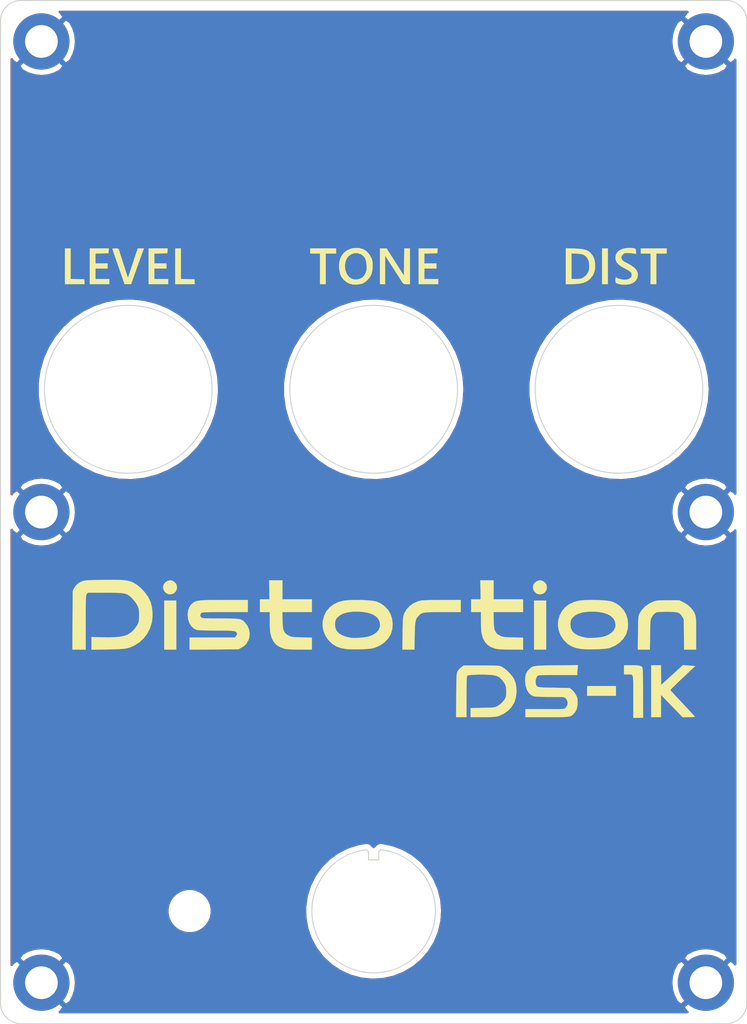
<source format=kicad_pcb>
(kicad_pcb (version 20171130) (host pcbnew "(5.1.2)-2")

  (general
    (thickness 1.6)
    (drawings 58)
    (tracks 0)
    (zones 0)
    (modules 9)
    (nets 2)
  )

  (page A4)
  (layers
    (0 F.Cu signal)
    (31 B.Cu signal)
    (32 B.Adhes user)
    (33 F.Adhes user)
    (34 B.Paste user)
    (35 F.Paste user)
    (36 B.SilkS user)
    (37 F.SilkS user)
    (38 B.Mask user)
    (39 F.Mask user)
    (40 Dwgs.User user hide)
    (41 Cmts.User user)
    (42 Eco1.User user)
    (43 Eco2.User user)
    (44 Edge.Cuts user)
    (45 Margin user)
    (46 B.CrtYd user)
    (47 F.CrtYd user)
    (48 B.Fab user)
    (49 F.Fab user)
  )

  (setup
    (last_trace_width 0.25)
    (user_trace_width 0.3)
    (user_trace_width 0.4)
    (user_trace_width 0.5)
    (user_trace_width 0.75)
    (user_trace_width 1)
    (trace_clearance 0.2)
    (zone_clearance 0.508)
    (zone_45_only no)
    (trace_min 0.2)
    (via_size 0.8)
    (via_drill 0.4)
    (via_min_size 0.4)
    (via_min_drill 0.3)
    (uvia_size 0.3)
    (uvia_drill 0.1)
    (uvias_allowed no)
    (uvia_min_size 0.2)
    (uvia_min_drill 0.1)
    (edge_width 0.1)
    (segment_width 0.2)
    (pcb_text_width 0.3)
    (pcb_text_size 1.5 1.5)
    (mod_edge_width 0.15)
    (mod_text_size 1 1)
    (mod_text_width 0.15)
    (pad_size 3.1 3.1)
    (pad_drill 3.1)
    (pad_to_mask_clearance 0.05)
    (aux_axis_origin 0 0)
    (grid_origin 84 50)
    (visible_elements 7FFFFFFF)
    (pcbplotparams
      (layerselection 0x010f0_ffffffff)
      (usegerberextensions false)
      (usegerberattributes false)
      (usegerberadvancedattributes false)
      (creategerberjobfile false)
      (excludeedgelayer true)
      (linewidth 0.100000)
      (plotframeref false)
      (viasonmask false)
      (mode 1)
      (useauxorigin true)
      (hpglpennumber 1)
      (hpglpenspeed 20)
      (hpglpendiameter 15.000000)
      (psnegative false)
      (psa4output false)
      (plotreference true)
      (plotvalue true)
      (plotinvisibletext false)
      (padsonsilk false)
      (subtractmaskfromsilk true)
      (outputformat 1)
      (mirror false)
      (drillshape 0)
      (scaleselection 1)
      (outputdirectory "ds1_14_top/"))
  )

  (net 0 "")
  (net 1 GND)

  (net_class Default "これはデフォルトのネット クラスです。"
    (clearance 0.2)
    (trace_width 0.25)
    (via_dia 0.8)
    (via_drill 0.4)
    (uvia_dia 0.3)
    (uvia_drill 0.1)
    (add_net GND)
  )

  (module myFoot:LevelToneDist (layer F.Cu) (tedit 0) (tstamp 5ECD17B4)
    (at 120.5 75.975)
    (fp_text reference G*** (at 0 0) (layer F.SilkS) hide
      (effects (font (size 1.524 1.524) (thickness 0.3)))
    )
    (fp_text value LOGO (at 0.75 0) (layer F.SilkS) hide
      (effects (font (size 1.524 1.524) (thickness 0.3)))
    )
    (fp_poly (pts (xy 28.673777 -1.241778) (xy 27.657777 -1.241778) (xy 27.657777 1.749777) (xy 27.093333 1.749777)
      (xy 27.093333 -1.241778) (xy 26.133777 -1.241778) (xy 26.133777 -1.749778) (xy 28.673777 -1.749778)
      (xy 28.673777 -1.241778)) (layer F.SilkS) (width 0.01))
    (fp_poly (pts (xy 22.916444 1.749777) (xy 22.352 1.749777) (xy 22.352 -1.749778) (xy 22.916444 -1.749778)
      (xy 22.916444 1.749777)) (layer F.SilkS) (width 0.01))
    (fp_poly (pts (xy 19.628555 -1.735287) (xy 20.061687 -1.713722) (xy 20.402204 -1.678457) (xy 20.670097 -1.623784)
      (xy 20.885358 -1.543994) (xy 21.067976 -1.433379) (xy 21.237944 -1.286231) (xy 21.252818 -1.271486)
      (xy 21.472683 -0.987278) (xy 21.610048 -0.65028) (xy 21.6704 -0.245089) (xy 21.674351 -0.088723)
      (xy 21.65817 0.262091) (xy 21.602847 0.544067) (xy 21.497271 0.797717) (xy 21.376813 0.996141)
      (xy 21.142496 1.271371) (xy 20.849226 1.480274) (xy 20.486794 1.6268) (xy 20.044989 1.714899)
      (xy 19.513604 1.748522) (xy 19.431 1.749107) (xy 18.796 1.749777) (xy 18.796 1.241777)
      (xy 19.360444 1.241777) (xy 19.803122 1.241777) (xy 20.066247 1.233685) (xy 20.259525 1.20406)
      (xy 20.425185 1.144876) (xy 20.494566 1.110395) (xy 20.755638 0.910233) (xy 20.912666 0.705599)
      (xy 20.999563 0.553174) (xy 21.050363 0.417925) (xy 21.074367 0.259511) (xy 21.080881 0.037595)
      (xy 21.08089 -0.023796) (xy 21.073899 -0.279312) (xy 21.049126 -0.462204) (xy 20.998649 -0.612303)
      (xy 20.941929 -0.722456) (xy 20.799102 -0.929349) (xy 20.630311 -1.07307) (xy 20.412333 -1.16482)
      (xy 20.121942 -1.215797) (xy 19.884654 -1.232316) (xy 19.360444 -1.255243) (xy 19.360444 1.241777)
      (xy 18.796 1.241777) (xy 18.796 -1.763748) (xy 19.628555 -1.735287)) (layer F.SilkS) (width 0.01))
    (fp_poly (pts (xy 6.254467 -1.509889) (xy 6.237111 -1.27) (xy 5.602111 -1.254041) (xy 4.967111 -1.238081)
      (xy 4.967111 -0.282223) (xy 6.152444 -0.282223) (xy 6.152444 0.225777) (xy 4.967111 0.225777)
      (xy 4.967111 1.241777) (xy 6.321777 1.241777) (xy 6.321777 1.749777) (xy 4.402666 1.749777)
      (xy 4.402666 -1.749778) (xy 6.271824 -1.749778) (xy 6.254467 -1.509889)) (layer F.SilkS) (width 0.01))
    (fp_poly (pts (xy 3.556 1.749777) (xy 3.231444 1.749421) (xy 3.042465 1.743789) (xy 2.930479 1.718512)
      (xy 2.859768 1.660222) (xy 2.816618 1.594198) (xy 2.761981 1.505593) (xy 2.655217 1.336871)
      (xy 2.505659 1.102612) (xy 2.322636 0.817394) (xy 2.115477 0.495796) (xy 1.927618 0.205083)
      (xy 1.128888 -1.029167) (xy 1.128888 1.749777) (xy 0.620888 1.749777) (xy 0.620888 -1.749778)
      (xy 0.945444 -1.749489) (xy 1.27 -1.749201) (xy 2.116666 -0.421411) (xy 2.963333 0.906379)
      (xy 2.978466 -0.4217) (xy 2.993598 -1.749778) (xy 3.556 -1.749778) (xy 3.556 1.749777)) (layer F.SilkS) (width 0.01))
    (fp_poly (pts (xy -3.668889 -1.241778) (xy -4.684889 -1.241778) (xy -4.684889 1.749777) (xy -5.249334 1.749777)
      (xy -5.249334 -1.241778) (xy -6.208889 -1.241778) (xy -6.208889 -1.749778) (xy -3.668889 -1.749778)
      (xy -3.668889 -1.241778)) (layer F.SilkS) (width 0.01))
    (fp_poly (pts (xy -18.852445 1.238195) (xy -18.189223 1.254097) (xy -17.526 1.27) (xy -17.508644 1.509889)
      (xy -17.491287 1.749777) (xy -19.416889 1.749777) (xy -19.416889 -1.749778) (xy -18.852445 -1.749778)
      (xy -18.852445 1.238195)) (layer F.SilkS) (width 0.01))
    (fp_poly (pts (xy -20.161533 -1.509889) (xy -20.178889 -1.27) (xy -20.813889 -1.254041) (xy -21.448889 -1.238081)
      (xy -21.448889 -0.282223) (xy -20.263556 -0.282223) (xy -20.263556 0.225777) (xy -21.448889 0.225777)
      (xy -21.448889 1.241777) (xy -20.094223 1.241777) (xy -20.094223 1.749777) (xy -22.013334 1.749777)
      (xy -22.013334 -1.749778) (xy -20.144176 -1.749778) (xy -20.161533 -1.509889)) (layer F.SilkS) (width 0.01))
    (fp_poly (pts (xy -22.627637 -1.312334) (xy -22.692771 -1.132763) (xy -22.788029 -0.868277) (xy -22.90572 -0.540324)
      (xy -23.038152 -0.170356) (xy -23.177632 0.220178) (xy -23.25509 0.437444) (xy -23.722635 1.749777)
      (xy -24.36278 1.749777) (xy -24.94732 0.070555) (xy -25.091767 -0.344385) (xy -25.224799 -0.726494)
      (xy -25.341734 -1.062333) (xy -25.437894 -1.338464) (xy -25.508599 -1.54145) (xy -25.54917 -1.657852)
      (xy -25.556635 -1.679223) (xy -25.536034 -1.722404) (xy -25.427091 -1.744747) (xy -25.268732 -1.749778)
      (xy -25.085732 -1.744279) (xy -24.984625 -1.720347) (xy -24.934647 -1.666831) (xy -24.918407 -1.622778)
      (xy -24.891045 -1.534954) (xy -24.834309 -1.356152) (xy -24.753462 -1.102838) (xy -24.653765 -0.791479)
      (xy -24.540482 -0.438542) (xy -24.457502 -0.180491) (xy -24.034242 1.134797) (xy -23.556188 -0.307491)
      (xy -23.078134 -1.749778) (xy -22.467729 -1.749778) (xy -22.627637 -1.312334)) (layer F.SilkS) (width 0.01))
    (fp_poly (pts (xy -25.918866 -1.509889) (xy -25.936223 -1.27) (xy -26.571223 -1.254041) (xy -27.206223 -1.238081)
      (xy -27.206223 -0.282223) (xy -26.020889 -0.282223) (xy -26.020889 0.225777) (xy -27.206223 0.225777)
      (xy -27.206223 1.241777) (xy -25.851556 1.241777) (xy -25.851556 1.749777) (xy -27.770667 1.749777)
      (xy -27.770667 -1.749778) (xy -25.90151 -1.749778) (xy -25.918866 -1.509889)) (layer F.SilkS) (width 0.01))
    (fp_poly (pts (xy -29.633334 1.238195) (xy -28.970112 1.254097) (xy -28.306889 1.27) (xy -28.289533 1.509889)
      (xy -28.272176 1.749777) (xy -30.197778 1.749777) (xy -30.197778 -1.749778) (xy -29.633334 -1.749778)
      (xy -29.633334 1.238195)) (layer F.SilkS) (width 0.01))
    (fp_poly (pts (xy 25.289918 -1.785001) (xy 25.428222 -1.765987) (xy 25.563896 -1.730746) (xy 25.632672 -1.678827)
      (xy 25.660992 -1.57522) (xy 25.671503 -1.443847) (xy 25.677643 -1.282496) (xy 25.66294 -1.210133)
      (xy 25.618765 -1.20352) (xy 25.586836 -1.215863) (xy 25.484332 -1.239925) (xy 25.30363 -1.263382)
      (xy 25.07936 -1.281982) (xy 25.020393 -1.285383) (xy 24.790617 -1.295597) (xy 24.64203 -1.291835)
      (xy 24.543121 -1.266613) (xy 24.462376 -1.212447) (xy 24.37963 -1.133204) (xy 24.267167 -1.002678)
      (xy 24.23003 -0.895303) (xy 24.241664 -0.803229) (xy 24.280818 -0.682834) (xy 24.342434 -0.586867)
      (xy 24.447099 -0.497372) (xy 24.615398 -0.396392) (xy 24.843601 -0.278177) (xy 25.234809 -0.059187)
      (xy 25.522558 0.155895) (xy 25.715464 0.376685) (xy 25.822145 0.612799) (xy 25.851555 0.846666)
      (xy 25.799625 1.151016) (xy 25.651075 1.408519) (xy 25.416771 1.606847) (xy 25.107573 1.733672)
      (xy 25.060202 1.744747) (xy 24.782859 1.785093) (xy 24.484919 1.798335) (xy 24.219722 1.783153)
      (xy 24.13 1.767774) (xy 23.899006 1.711721) (xy 23.757213 1.65802) (xy 23.682945 1.587808)
      (xy 23.654524 1.482223) (xy 23.650222 1.350289) (xy 23.660689 1.164188) (xy 23.695356 1.081684)
      (xy 23.759118 1.095144) (xy 23.794155 1.125978) (xy 23.874728 1.168231) (xy 24.028167 1.22254)
      (xy 24.175427 1.264806) (xy 24.49649 1.316176) (xy 24.779778 1.300068) (xy 25.00956 1.22255)
      (xy 25.170105 1.089689) (xy 25.245683 0.907552) (xy 25.249481 0.850531) (xy 25.228009 0.709078)
      (xy 25.153437 0.584491) (xy 25.010528 0.462104) (xy 24.784046 0.327249) (xy 24.617157 0.241868)
      (xy 24.240648 0.034788) (xy 23.96584 -0.168515) (xy 23.782595 -0.379633) (xy 23.680776 -0.610156)
      (xy 23.650222 -0.863739) (xy 23.702209 -1.149608) (xy 23.851847 -1.392418) (xy 24.089651 -1.584693)
      (xy 24.406139 -1.718954) (xy 24.791826 -1.787724) (xy 24.825216 -1.790161) (xy 25.061899 -1.795773)
      (xy 25.289918 -1.785001)) (layer F.SilkS) (width 0.01))
    (fp_poly (pts (xy -1.405591 -1.778551) (xy -1.016942 -1.668175) (xy -0.685399 -1.460994) (xy -0.413451 -1.158359)
      (xy -0.285234 -0.94204) (xy -0.187585 -0.739281) (xy -0.129073 -0.57559) (xy -0.09978 -0.406758)
      (xy -0.089788 -0.188578) (xy -0.088953 -0.067151) (xy -0.110345 0.3532) (xy -0.182618 0.695935)
      (xy -0.315566 0.988584) (xy -0.518986 1.258678) (xy -0.586066 1.330081) (xy -0.793875 1.521328)
      (xy -0.987458 1.64342) (xy -1.181467 1.71624) (xy -1.61749 1.793471) (xy -2.055702 1.77767)
      (xy -2.315951 1.719526) (xy -2.618093 1.574997) (xy -2.900603 1.345653) (xy -3.132301 1.05898)
      (xy -3.201368 0.939114) (xy -3.309099 0.641129) (xy -3.371159 0.279412) (xy -3.382687 -0.04728)
      (xy -2.806272 -0.04728) (xy -2.772133 0.337108) (xy -2.769769 0.34865) (xy -2.649698 0.703912)
      (xy -2.461166 0.982943) (xy -2.217429 1.178617) (xy -1.931744 1.283808) (xy -1.617369 1.291389)
      (xy -1.28756 1.194233) (xy -1.239627 1.171222) (xy -1.065111 1.061035) (xy -0.933133 0.914005)
      (xy -0.828226 0.733777) (xy -0.749013 0.56837) (xy -0.703408 0.42821) (xy -0.684412 0.273305)
      (xy -0.685027 0.063665) (xy -0.68976 -0.057437) (xy -0.731679 -0.448364) (xy -0.823682 -0.749702)
      (xy -0.973127 -0.976353) (xy -1.18737 -1.143215) (xy -1.239627 -1.171223) (xy -1.567137 -1.280179)
      (xy -1.894948 -1.276282) (xy -2.187237 -1.178496) (xy -2.440327 -0.995986) (xy -2.632866 -0.733499)
      (xy -2.757349 -0.410707) (xy -2.806272 -0.04728) (xy -3.382687 -0.04728) (xy -3.384736 -0.105335)
      (xy -3.347022 -0.47241) (xy -3.309759 -0.630775) (xy -3.141475 -1.02133) (xy -2.889384 -1.341128)
      (xy -2.563466 -1.582244) (xy -2.173701 -1.736755) (xy -1.848859 -1.790771) (xy -1.405591 -1.778551)) (layer F.SilkS) (width 0.01))
  )

  (module myFoot:ds1 (layer F.Cu) (tedit 0) (tstamp 5ECD1704)
    (at 120.5 113.5)
    (fp_text reference G*** (at 0 0) (layer F.SilkS) hide
      (effects (font (size 1.524 1.524) (thickness 0.3)))
    )
    (fp_text value LOGO (at 0.75 0) (layer F.SilkS) hide
      (effects (font (size 1.524 1.524) (thickness 0.3)))
    )
    (fp_poly (pts (xy 16.511543 -6.780321) (xy 16.714567 -6.651716) (xy 16.867468 -6.473614) (xy 16.912297 -6.376159)
      (xy 16.951353 -6.100164) (xy 16.893763 -5.852129) (xy 16.754665 -5.650088) (xy 16.5492 -5.512073)
      (xy 16.292509 -5.45612) (xy 16.14725 -5.464915) (xy 15.919629 -5.552221) (xy 15.733849 -5.722738)
      (xy 15.613036 -5.948352) (xy 15.578666 -6.156213) (xy 15.630916 -6.395465) (xy 15.772015 -6.601487)
      (xy 15.978484 -6.752311) (xy 16.226849 -6.82597) (xy 16.298516 -6.829778) (xy 16.511543 -6.780321)) (layer F.SilkS) (width 0.01))
    (fp_poly (pts (xy -19.669345 -6.780321) (xy -19.466322 -6.651716) (xy -19.31342 -6.473614) (xy -19.268592 -6.376159)
      (xy -19.229536 -6.100164) (xy -19.287126 -5.852129) (xy -19.426224 -5.650088) (xy -19.631689 -5.512073)
      (xy -19.88838 -5.45612) (xy -20.033639 -5.464915) (xy -20.26126 -5.552221) (xy -20.44704 -5.722738)
      (xy -20.567853 -5.948352) (xy -20.602223 -6.156213) (xy -20.549973 -6.395465) (xy -20.408874 -6.601487)
      (xy -20.202404 -6.752311) (xy -19.95404 -6.82597) (xy -19.882373 -6.829778) (xy -19.669345 -6.780321)) (layer F.SilkS) (width 0.01))
    (fp_poly (pts (xy 30.31813 -4.671854) (xy 30.727304 -4.422147) (xy 31.068793 -4.112189) (xy 31.325737 -3.759278)
      (xy 31.43557 -3.525472) (xy 31.470228 -3.425589) (xy 31.497302 -3.323128) (xy 31.517718 -3.203093)
      (xy 31.532405 -3.050493) (xy 31.542289 -2.850333) (xy 31.548296 -2.58762) (xy 31.551353 -2.247361)
      (xy 31.552388 -1.814562) (xy 31.552444 -1.634772) (xy 31.552444 -0.056445) (xy 30.373945 -0.056445)
      (xy 30.356417 -1.538111) (xy 30.338888 -3.019778) (xy 30.17828 -3.29302) (xy 30.077486 -3.447386)
      (xy 29.969848 -3.562719) (xy 29.837559 -3.644649) (xy 29.662806 -3.69881) (xy 29.42778 -3.730833)
      (xy 29.11467 -3.746351) (xy 28.730222 -3.750929) (xy 28.415046 -3.749125) (xy 28.129292 -3.742409)
      (xy 27.896912 -3.731719) (xy 27.741856 -3.717997) (xy 27.701673 -3.710539) (xy 27.49967 -3.601849)
      (xy 27.309764 -3.389573) (xy 27.187897 -3.189111) (xy 27.150624 -3.113518) (xy 27.121515 -3.032156)
      (xy 27.09931 -2.930044) (xy 27.082752 -2.792204) (xy 27.070581 -2.603653) (xy 27.061538 -2.349414)
      (xy 27.054364 -2.014504) (xy 27.047802 -1.583945) (xy 27.046788 -1.509889) (xy 27.027063 -0.056445)
      (xy 25.845197 -0.056445) (xy 25.862487 -1.679223) (xy 25.867998 -2.153753) (xy 25.873964 -2.529649)
      (xy 25.881428 -2.821162) (xy 25.891433 -3.042545) (xy 25.905023 -3.208051) (xy 25.923242 -3.331932)
      (xy 25.947133 -3.42844) (xy 25.977741 -3.511828) (xy 26.000418 -3.562909) (xy 26.229125 -3.932313)
      (xy 26.548741 -4.265809) (xy 26.938827 -4.546097) (xy 27.378946 -4.755878) (xy 27.432 -4.774754)
      (xy 27.561728 -4.813642) (xy 27.704214 -4.842063) (xy 27.879339 -4.861559) (xy 28.106986 -4.873669)
      (xy 28.407035 -4.879934) (xy 28.799369 -4.881894) (xy 28.814888 -4.881904) (xy 29.887333 -4.882445)
      (xy 30.31813 -4.671854)) (layer F.SilkS) (width 0.01))
    (fp_poly (pts (xy 21.963716 -4.901106) (xy 22.389711 -4.879163) (xy 22.773699 -4.846259) (xy 23.092195 -4.802946)
      (xy 23.321716 -4.749777) (xy 23.322056 -4.749666) (xy 23.746882 -4.555347) (xy 24.135928 -4.270401)
      (xy 24.459167 -3.91694) (xy 24.466656 -3.906716) (xy 24.693883 -3.503591) (xy 24.836814 -3.04971)
      (xy 24.893168 -2.571181) (xy 24.860669 -2.094115) (xy 24.737038 -1.644619) (xy 24.676032 -1.50715)
      (xy 24.413147 -1.097506) (xy 24.060793 -0.742276) (xy 23.633989 -0.453144) (xy 23.147757 -0.241793)
      (xy 22.987948 -0.194066) (xy 22.788564 -0.157449) (xy 22.501522 -0.126954) (xy 22.151923 -0.103299)
      (xy 21.764868 -0.087202) (xy 21.365458 -0.079382) (xy 20.978794 -0.080557) (xy 20.629979 -0.091445)
      (xy 20.344112 -0.112766) (xy 20.305151 -0.117285) (xy 19.806789 -0.212093) (xy 19.384917 -0.36806)
      (xy 19.015743 -0.594508) (xy 18.944564 -0.650356) (xy 18.585852 -1.009283) (xy 18.310165 -1.426004)
      (xy 18.124631 -1.882683) (xy 18.03638 -2.361481) (xy 18.04103 -2.50047) (xy 19.248484 -2.50047)
      (xy 19.291112 -2.162458) (xy 19.419836 -1.877847) (xy 19.639028 -1.642954) (xy 19.953061 -1.454101)
      (xy 20.366305 -1.307606) (xy 20.771555 -1.218386) (xy 20.994265 -1.198318) (xy 21.292562 -1.197499)
      (xy 21.631269 -1.213375) (xy 21.975211 -1.243389) (xy 22.289212 -1.284985) (xy 22.538095 -1.335608)
      (xy 22.589511 -1.350475) (xy 22.989856 -1.516674) (xy 23.303286 -1.7305) (xy 23.523235 -1.985207)
      (xy 23.643137 -2.274052) (xy 23.664247 -2.454377) (xy 23.618243 -2.791492) (xy 23.471467 -3.082485)
      (xy 23.227078 -3.325307) (xy 22.888233 -3.517908) (xy 22.458091 -3.658239) (xy 21.93981 -3.744252)
      (xy 21.641856 -3.766577) (xy 21.032763 -3.766135) (xy 20.504303 -3.703249) (xy 20.060175 -3.579174)
      (xy 19.704077 -3.395167) (xy 19.439707 -3.152486) (xy 19.327183 -2.980248) (xy 19.282693 -2.838091)
      (xy 19.254213 -2.637285) (xy 19.248484 -2.50047) (xy 18.04103 -2.50047) (xy 18.052542 -2.844561)
      (xy 18.056716 -2.87161) (xy 18.190053 -3.374986) (xy 18.415108 -3.814954) (xy 18.727218 -4.186885)
      (xy 19.121721 -4.486146) (xy 19.593954 -4.708106) (xy 20.025578 -4.82711) (xy 20.309347 -4.868243)
      (xy 20.668529 -4.895658) (xy 21.07964 -4.909906) (xy 21.519197 -4.911538) (xy 21.963716 -4.901106)) (layer F.SilkS) (width 0.01))
    (fp_poly (pts (xy 16.876888 -0.056445) (xy 15.691555 -0.056445) (xy 15.691555 -4.854223) (xy 16.876888 -4.854223)
      (xy 16.876888 -0.056445)) (layer F.SilkS) (width 0.01))
    (fp_poly (pts (xy 11.740444 -4.967111) (xy 14.619111 -4.967111) (xy 14.619111 -3.725334) (xy 11.732116 -3.725334)
      (xy 11.750391 -2.921) (xy 11.759894 -2.590154) (xy 11.773223 -2.348134) (xy 11.793733 -2.170878)
      (xy 11.82478 -2.034324) (xy 11.869719 -1.914411) (xy 11.899631 -1.850768) (xy 11.998964 -1.681644)
      (xy 12.120659 -1.560637) (xy 12.303711 -1.451189) (xy 12.351186 -1.427434) (xy 12.473466 -1.369925)
      (xy 12.584723 -1.327934) (xy 12.706241 -1.298548) (xy 12.859309 -1.278855) (xy 13.065211 -1.26594)
      (xy 13.345234 -1.25689) (xy 13.645444 -1.250304) (xy 14.619111 -1.230608) (xy 14.619111 -0.056445)
      (xy 13.419666 -0.06016) (xy 12.927634 -0.065013) (xy 12.537967 -0.076572) (xy 12.240307 -0.095416)
      (xy 12.024297 -0.122123) (xy 11.923926 -0.14366) (xy 11.496408 -0.29821) (xy 11.155942 -0.513305)
      (xy 10.89316 -0.799153) (xy 10.698688 -1.165968) (xy 10.563158 -1.623958) (xy 10.562463 -1.627196)
      (xy 10.540108 -1.788805) (xy 10.521175 -2.035069) (xy 10.507165 -2.337771) (xy 10.499582 -2.668694)
      (xy 10.498666 -2.825001) (xy 10.498666 -3.725334) (xy 9.539111 -3.725334) (xy 9.539111 -4.967111)
      (xy 10.004777 -4.967036) (xy 10.470444 -4.966961) (xy 10.452534 -5.89837) (xy 10.434624 -6.829778)
      (xy 11.740444 -6.829778) (xy 11.740444 -4.967111)) (layer F.SilkS) (width 0.01))
    (fp_poly (pts (xy 8.523111 -3.725334) (xy 6.759222 -3.724094) (xy 6.226305 -3.72297) (xy 5.793398 -3.719073)
      (xy 5.447625 -3.710377) (xy 5.176111 -3.694853) (xy 4.965979 -3.670478) (xy 4.804354 -3.635222)
      (xy 4.678358 -3.587061) (xy 4.575117 -3.523968) (xy 4.481754 -3.443915) (xy 4.391549 -3.351451)
      (xy 4.289535 -3.235011) (xy 4.209352 -3.118353) (xy 4.14806 -2.986041) (xy 4.102717 -2.822637)
      (xy 4.07038 -2.612704) (xy 4.048107 -2.340806) (xy 4.032958 -1.991505) (xy 4.021989 -1.549363)
      (xy 4.019086 -1.397) (xy 3.994602 -0.056445) (xy 2.814365 -0.056445) (xy 2.83432 -1.651)
      (xy 2.840544 -2.119319) (xy 2.846963 -2.489778) (xy 2.854798 -2.777399) (xy 2.86527 -2.997208)
      (xy 2.879603 -3.164227) (xy 2.899017 -3.293481) (xy 2.924736 -3.399993) (xy 2.95798 -3.498787)
      (xy 2.991571 -3.584223) (xy 3.206144 -3.968576) (xy 3.510252 -4.303837) (xy 3.886225 -4.576281)
      (xy 4.316394 -4.772183) (xy 4.626167 -4.853791) (xy 4.756741 -4.867885) (xy 4.983673 -4.880708)
      (xy 5.290432 -4.891811) (xy 5.660489 -4.900746) (xy 6.077315 -4.907065) (xy 6.52438 -4.910321)
      (xy 6.724592 -4.910667) (xy 8.523111 -4.910667) (xy 8.523111 -3.725334)) (layer F.SilkS) (width 0.01))
    (fp_poly (pts (xy -1.065618 -4.901106) (xy -0.639623 -4.879163) (xy -0.255635 -4.846259) (xy 0.062862 -4.802946)
      (xy 0.292383 -4.749777) (xy 0.292723 -4.749666) (xy 0.717549 -4.555347) (xy 1.106595 -4.270401)
      (xy 1.429834 -3.91694) (xy 1.437322 -3.906716) (xy 1.66455 -3.503591) (xy 1.80748 -3.04971)
      (xy 1.863835 -2.571181) (xy 1.831336 -2.094115) (xy 1.707705 -1.644619) (xy 1.646698 -1.50715)
      (xy 1.383813 -1.097506) (xy 1.031459 -0.742276) (xy 0.604656 -0.453144) (xy 0.118424 -0.241793)
      (xy -0.041385 -0.194066) (xy -0.240769 -0.157449) (xy -0.527811 -0.126954) (xy -0.877411 -0.103299)
      (xy -1.264466 -0.087202) (xy -1.663876 -0.079382) (xy -2.050539 -0.080557) (xy -2.399355 -0.091445)
      (xy -2.685222 -0.112766) (xy -2.724182 -0.117285) (xy -3.222544 -0.212093) (xy -3.644416 -0.36806)
      (xy -4.013591 -0.594508) (xy -4.08477 -0.650356) (xy -4.443481 -1.009283) (xy -4.719168 -1.426004)
      (xy -4.904702 -1.882683) (xy -4.992953 -2.361481) (xy -4.988303 -2.50047) (xy -3.78085 -2.50047)
      (xy -3.738221 -2.162458) (xy -3.609497 -1.877847) (xy -3.390305 -1.642954) (xy -3.076273 -1.454101)
      (xy -2.663028 -1.307606) (xy -2.257778 -1.218386) (xy -2.035068 -1.198318) (xy -1.736772 -1.197499)
      (xy -1.398064 -1.213375) (xy -1.054122 -1.243389) (xy -0.740122 -1.284985) (xy -0.491239 -1.335608)
      (xy -0.439822 -1.350475) (xy -0.039477 -1.516674) (xy 0.273953 -1.7305) (xy 0.493902 -1.985207)
      (xy 0.613803 -2.274052) (xy 0.634914 -2.454377) (xy 0.58891 -2.791492) (xy 0.442134 -3.082485)
      (xy 0.197744 -3.325307) (xy -0.141101 -3.517908) (xy -0.571243 -3.658239) (xy -1.089523 -3.744252)
      (xy -1.387477 -3.766577) (xy -1.99657 -3.766135) (xy -2.52503 -3.703249) (xy -2.969159 -3.579174)
      (xy -3.325257 -3.395167) (xy -3.589626 -3.152486) (xy -3.702151 -2.980248) (xy -3.74664 -2.838091)
      (xy -3.77512 -2.637285) (xy -3.78085 -2.50047) (xy -4.988303 -2.50047) (xy -4.976791 -2.844561)
      (xy -4.972617 -2.87161) (xy -4.83928 -3.374986) (xy -4.614225 -3.814954) (xy -4.302115 -4.186885)
      (xy -3.907612 -4.486146) (xy -3.43538 -4.708106) (xy -3.003755 -4.82711) (xy -2.719987 -4.868243)
      (xy -2.360805 -4.895658) (xy -1.949693 -4.909906) (xy -1.510136 -4.911538) (xy -1.065618 -4.901106)) (layer F.SilkS) (width 0.01))
    (fp_poly (pts (xy -8.918223 -4.967111) (xy -6.039556 -4.967111) (xy -6.039556 -3.725334) (xy -8.926551 -3.725334)
      (xy -8.908276 -2.921) (xy -8.898773 -2.590154) (xy -8.885444 -2.348134) (xy -8.864933 -2.170878)
      (xy -8.833887 -2.034324) (xy -8.788948 -1.914411) (xy -8.759036 -1.850768) (xy -8.659703 -1.681644)
      (xy -8.538008 -1.560637) (xy -8.354956 -1.451189) (xy -8.30748 -1.427434) (xy -8.1852 -1.369925)
      (xy -8.073944 -1.327934) (xy -7.952425 -1.298548) (xy -7.799358 -1.278855) (xy -7.593456 -1.26594)
      (xy -7.313433 -1.25689) (xy -7.013223 -1.250304) (xy -6.039556 -1.230608) (xy -6.039556 -0.056445)
      (xy -7.239 -0.06016) (xy -7.731032 -0.065013) (xy -8.1207 -0.076572) (xy -8.41836 -0.095416)
      (xy -8.63437 -0.122123) (xy -8.73474 -0.14366) (xy -9.162259 -0.29821) (xy -9.502724 -0.513305)
      (xy -9.765507 -0.799153) (xy -9.959978 -1.165968) (xy -10.095508 -1.623958) (xy -10.096204 -1.627196)
      (xy -10.118559 -1.788805) (xy -10.137492 -2.035069) (xy -10.151502 -2.337771) (xy -10.159084 -2.668694)
      (xy -10.16 -2.825001) (xy -10.16 -3.725334) (xy -11.119556 -3.725334) (xy -11.119556 -4.967111)
      (xy -10.653889 -4.967036) (xy -10.188223 -4.966961) (xy -10.206132 -5.89837) (xy -10.224042 -6.829778)
      (xy -8.918223 -6.829778) (xy -8.918223 -4.967111)) (layer F.SilkS) (width 0.01))
    (fp_poly (pts (xy -12.304889 -3.725334) (xy -14.523657 -3.725334) (xy -15.120054 -3.724457) (xy -15.611939 -3.721657)
      (xy -16.007674 -3.716677) (xy -16.315623 -3.709262) (xy -16.544149 -3.699157) (xy -16.701616 -3.686106)
      (xy -16.796388 -3.669853) (xy -16.832179 -3.654778) (xy -16.944011 -3.511275) (xy -16.956526 -3.352481)
      (xy -16.879777 -3.220221) (xy -16.842669 -3.187297) (xy -16.796166 -3.161284) (xy -16.727547 -3.14137)
      (xy -16.624089 -3.126742) (xy -16.47307 -3.116587) (xy -16.261768 -3.110093) (xy -15.977462 -3.106447)
      (xy -15.60743 -3.104836) (xy -15.138949 -3.104448) (xy -15.06744 -3.104445) (xy -14.522467 -3.103548)
      (xy -14.07759 -3.099499) (xy -13.72002 -3.090261) (xy -13.43697 -3.073797) (xy -13.215651 -3.048071)
      (xy -13.043277 -3.011045) (xy -12.907058 -2.960684) (xy -12.794207 -2.894949) (xy -12.691936 -2.811805)
      (xy -12.587719 -2.709483) (xy -12.341844 -2.382724) (xy -12.186109 -2.012713) (xy -12.124876 -1.621609)
      (xy -12.162509 -1.23157) (xy -12.246795 -0.978267) (xy -12.425178 -0.665337) (xy -12.662975 -0.421244)
      (xy -12.954 -0.234626) (xy -13.236223 -0.084667) (xy -15.621 -0.068248) (xy -18.005778 -0.05183)
      (xy -18.005778 -1.241778) (xy -13.59798 -1.241778) (xy -13.46007 -1.379689) (xy -13.367223 -1.498916)
      (xy -13.357578 -1.607536) (xy -13.369747 -1.6478) (xy -13.402025 -1.720569) (xy -13.447861 -1.778966)
      (xy -13.519013 -1.824575) (xy -13.627237 -1.858978) (xy -13.784287 -1.883757) (xy -14.001922 -1.900496)
      (xy -14.291895 -1.910777) (xy -14.665965 -1.916183) (xy -15.135885 -1.918296) (xy -15.381112 -1.918594)
      (xy -15.882358 -1.921) (xy -16.326633 -1.927258) (xy -16.702295 -1.936996) (xy -16.9977 -1.94984)
      (xy -17.201206 -1.96542) (xy -17.290107 -1.979627) (xy -17.588777 -2.118805) (xy -17.837211 -2.348416)
      (xy -18.02646 -2.65383) (xy -18.147579 -3.020414) (xy -18.191622 -3.433535) (xy -18.191644 -3.454151)
      (xy -18.150379 -3.872617) (xy -18.027846 -4.21712) (xy -17.820893 -4.495195) (xy -17.718173 -4.586035)
      (xy -17.617615 -4.660951) (xy -17.514349 -4.723362) (xy -17.397446 -4.774405) (xy -17.255977 -4.815218)
      (xy -17.079011 -4.846936) (xy -16.85562 -4.870699) (xy -16.574874 -4.887643) (xy -16.225844 -4.898905)
      (xy -15.797601 -4.905624) (xy -15.279214 -4.908935) (xy -14.659756 -4.909978) (xy -14.605 -4.909997)
      (xy -12.304889 -4.910667) (xy -12.304889 -3.725334)) (layer F.SilkS) (width 0.01))
    (fp_poly (pts (xy -19.304 -0.056445) (xy -20.489334 -0.056445) (xy -20.489334 -4.854223) (xy -19.304 -4.854223)
      (xy -19.304 -0.056445)) (layer F.SilkS) (width 0.01))
    (fp_poly (pts (xy -25.335585 -6.878802) (xy -24.923255 -6.87149) (xy -24.584422 -6.855935) (xy -24.30599 -6.831007)
      (xy -24.074862 -6.795574) (xy -23.877942 -6.748503) (xy -23.702134 -6.688662) (xy -23.554122 -6.624368)
      (xy -23.149207 -6.382461) (xy -22.753875 -6.054288) (xy -22.391275 -5.665652) (xy -22.084555 -5.242357)
      (xy -21.856864 -4.810206) (xy -21.804347 -4.673895) (xy -21.692751 -4.236501) (xy -21.633958 -3.743225)
      (xy -21.630498 -3.239257) (xy -21.684901 -2.769793) (xy -21.694965 -2.720135) (xy -21.869883 -2.150219)
      (xy -22.137063 -1.626802) (xy -22.486395 -1.163543) (xy -22.907764 -0.774104) (xy -23.339778 -0.498252)
      (xy -23.553469 -0.390172) (xy -23.746952 -0.303384) (xy -23.936487 -0.235288) (xy -24.138337 -0.183285)
      (xy -24.368762 -0.144775) (xy -24.644025 -0.117158) (xy -24.980387 -0.097833) (xy -25.394108 -0.084201)
      (xy -25.901451 -0.073662) (xy -26.006778 -0.071845) (xy -27.601334 -0.044876) (xy -27.601334 -1.293104)
      (xy -26.655889 -1.261008) (xy -25.949202 -1.249701) (xy -25.346433 -1.267764) (xy -24.842359 -1.315731)
      (xy -24.431753 -1.394135) (xy -24.109391 -1.503509) (xy -24.061699 -1.525855) (xy -23.717861 -1.748074)
      (xy -23.402111 -2.052034) (xy -23.144818 -2.40661) (xy -23.073198 -2.538935) (xy -23.015082 -2.67401)
      (xy -22.977656 -2.815305) (xy -22.956589 -2.992684) (xy -22.947546 -3.236011) (xy -22.946114 -3.414889)
      (xy -22.94782 -3.697451) (xy -22.95818 -3.899525) (xy -22.982724 -4.05347) (xy -23.026983 -4.191643)
      (xy -23.096487 -4.346402) (xy -23.110114 -4.374445) (xy -23.248962 -4.606797) (xy -23.440761 -4.860636)
      (xy -23.618114 -5.056787) (xy -23.765376 -5.201012) (xy -23.899606 -5.317895) (xy -24.034484 -5.410319)
      (xy -24.183691 -5.481167) (xy -24.360907 -5.533322) (xy -24.579813 -5.569667) (xy -24.854089 -5.593085)
      (xy -25.197414 -5.606458) (xy -25.623471 -5.612669) (xy -26.145938 -5.614602) (xy -26.265765 -5.614731)
      (xy -27.949975 -5.616223) (xy -28.057876 -5.482969) (xy -28.082996 -5.447413) (xy -28.10389 -5.401661)
      (xy -28.120945 -5.335716) (xy -28.13455 -5.239581) (xy -28.145092 -5.103259) (xy -28.15296 -4.916752)
      (xy -28.158542 -4.670063) (xy -28.162226 -4.353195) (xy -28.164399 -3.95615) (xy -28.165451 -3.468931)
      (xy -28.165768 -2.88154) (xy -28.165778 -2.703081) (xy -28.165778 -0.056445) (xy -29.469733 -0.056445)
      (xy -29.452756 -2.921) (xy -29.435778 -5.785556) (xy -29.30371 -6.053735) (xy -29.088595 -6.368515)
      (xy -28.789628 -6.608438) (xy -28.486292 -6.74826) (xy -28.389171 -6.777838) (xy -28.275437 -6.801752)
      (xy -28.131512 -6.820829) (xy -27.94382 -6.835895) (xy -27.698783 -6.847776) (xy -27.382825 -6.857299)
      (xy -26.982367 -6.86529) (xy -26.483834 -6.872575) (xy -26.433117 -6.873232) (xy -25.834507 -6.879006)
      (xy -25.335585 -6.878802)) (layer F.SilkS) (width 0.01))
    (fp_poly (pts (xy 23.706666 4.459111) (xy 20.884444 4.459111) (xy 20.884444 3.499555) (xy 23.706666 3.499555)
      (xy 23.706666 4.459111)) (layer F.SilkS) (width 0.01))
    (fp_poly (pts (xy 30.861858 1.503232) (xy 31.462132 1.552222) (xy 30.236047 2.705609) (xy 29.92818 2.997045)
      (xy 29.649648 3.264222) (xy 29.410438 3.497278) (xy 29.220537 3.686351) (xy 29.089933 3.821579)
      (xy 29.028614 3.893101) (xy 29.025314 3.901129) (xy 29.066554 3.951171) (xy 29.175971 4.072694)
      (xy 29.343972 4.255352) (xy 29.560965 4.488798) (xy 29.817358 4.762685) (xy 30.103557 5.066665)
      (xy 30.226 5.196233) (xy 30.521805 5.509844) (xy 30.791867 5.797936) (xy 31.026551 6.050092)
      (xy 31.216222 6.255893) (xy 31.351248 6.404921) (xy 31.421993 6.486758) (xy 31.430148 6.49838)
      (xy 31.385469 6.518422) (xy 31.249936 6.534983) (xy 31.045571 6.546148) (xy 30.837481 6.54995)
      (xy 30.226 6.552345) (xy 29.169286 5.463395) (xy 28.112572 4.374444) (xy 28.110953 5.461)
      (xy 28.109333 6.547555) (xy 27.149777 6.547555) (xy 27.149777 1.467555) (xy 28.106667 1.467555)
      (xy 28.122111 2.426875) (xy 28.137555 3.386196) (xy 30.261585 1.454242) (xy 30.861858 1.503232)) (layer F.SilkS) (width 0.01))
    (fp_poly (pts (xy 19.961604 1.810168) (xy 19.941855 2.020115) (xy 19.928526 2.201993) (xy 19.924888 2.29428)
      (xy 19.924888 2.427111) (xy 18.014525 2.427111) (xy 17.498633 2.427397) (xy 17.08385 2.42868)
      (xy 16.7584 2.431598) (xy 16.510504 2.436788) (xy 16.328384 2.444889) (xy 16.200262 2.456538)
      (xy 16.11436 2.472372) (xy 16.058899 2.49303) (xy 16.022103 2.519149) (xy 16.005734 2.535873)
      (xy 15.900288 2.722099) (xy 15.847092 2.965344) (xy 15.855605 3.218164) (xy 15.86268 3.253497)
      (xy 15.888419 3.362934) (xy 15.919025 3.44955) (xy 15.967011 3.516275) (xy 16.04489 3.566043)
      (xy 16.165173 3.601783) (xy 16.340374 3.626428) (xy 16.583004 3.642908) (xy 16.905576 3.654157)
      (xy 17.320603 3.663104) (xy 17.635681 3.668889) (xy 19.180935 3.697111) (xy 19.391736 3.867849)
      (xy 19.538724 4.015294) (xy 19.691859 4.212332) (xy 19.777824 4.347626) (xy 19.865955 4.514468)
      (xy 19.918402 4.657809) (xy 19.944144 4.818208) (xy 19.952159 5.036226) (xy 19.952433 5.136444)
      (xy 19.931216 5.494843) (xy 19.8607 5.779353) (xy 19.728869 6.02264) (xy 19.549563 6.231642)
      (xy 19.469473 6.309901) (xy 19.391457 6.374037) (xy 19.303887 6.425455) (xy 19.195138 6.465561)
      (xy 19.053582 6.495758) (xy 18.867592 6.517453) (xy 18.625542 6.53205) (xy 18.315803 6.540953)
      (xy 17.92675 6.545568) (xy 17.446756 6.5473) (xy 16.935146 6.547555) (xy 14.844888 6.547555)
      (xy 14.844888 5.757333) (xy 16.75416 5.757333) (xy 17.268319 5.757204) (xy 17.681494 5.756322)
      (xy 18.005592 5.75394) (xy 18.252519 5.749313) (xy 18.434181 5.741695) (xy 18.562484 5.730341)
      (xy 18.649334 5.714506) (xy 18.706637 5.693444) (xy 18.746298 5.666409) (xy 18.780224 5.632656)
      (xy 18.782401 5.630333) (xy 18.94146 5.393288) (xy 18.989623 5.147076) (xy 18.926858 4.902143)
      (xy 18.785024 4.701428) (xy 18.7445 4.66125) (xy 18.698392 4.630384) (xy 18.632384 4.607597)
      (xy 18.532157 4.59166) (xy 18.383396 4.58134) (xy 18.171783 4.575406) (xy 17.883001 4.572628)
      (xy 17.502733 4.571774) (xy 17.276272 4.571685) (xy 16.814496 4.568893) (xy 16.41062 4.561079)
      (xy 16.077829 4.548757) (xy 15.829306 4.532437) (xy 15.678233 4.512633) (xy 15.663333 4.508996)
      (xy 15.386428 4.375943) (xy 15.157375 4.149661) (xy 14.982466 3.841883) (xy 14.867992 3.46434)
      (xy 14.820245 3.028763) (xy 14.81926 2.935111) (xy 14.841921 2.575103) (xy 14.913504 2.290835)
      (xy 15.046023 2.051359) (xy 15.249164 1.827903) (xy 15.337867 1.747972) (xy 15.424222 1.682278)
      (xy 15.519969 1.62929) (xy 15.636846 1.587479) (xy 15.786593 1.555315) (xy 15.980947 1.531268)
      (xy 16.231649 1.51381) (xy 16.550436 1.501409) (xy 16.949047 1.492538) (xy 17.439222 1.485665)
      (xy 17.915493 1.480472) (xy 19.998321 1.458887) (xy 19.961604 1.810168)) (layer F.SilkS) (width 0.01))
    (fp_poly (pts (xy 11.033414 1.495969) (xy 11.42183 1.497165) (xy 11.724787 1.5003) (xy 11.955998 1.506306)
      (xy 12.129179 1.516118) (xy 12.258044 1.530667) (xy 12.356308 1.550887) (xy 12.437686 1.577712)
      (xy 12.515892 1.612075) (xy 12.558888 1.632762) (xy 12.783364 1.773843) (xy 13.037647 1.984078)
      (xy 13.293856 2.235584) (xy 13.524109 2.500479) (xy 13.700526 2.75088) (xy 13.731721 2.805653)
      (xy 13.885486 3.196646) (xy 13.968259 3.645591) (xy 13.979996 4.122631) (xy 13.920653 4.597912)
      (xy 13.790186 5.041577) (xy 13.735186 5.168251) (xy 13.493961 5.554551) (xy 13.164289 5.900688)
      (xy 12.768383 6.188821) (xy 12.328455 6.401111) (xy 12.115789 6.468819) (xy 11.938312 6.500909)
      (xy 11.675608 6.524214) (xy 11.31959 6.539166) (xy 10.862171 6.546197) (xy 10.653888 6.546885)
      (xy 9.482666 6.547555) (xy 9.482666 5.657239) (xy 10.653888 5.633698) (xy 11.047893 5.625245)
      (xy 11.347057 5.616448) (xy 11.569415 5.605171) (xy 11.732999 5.589276) (xy 11.855846 5.566627)
      (xy 11.955987 5.535085) (xy 12.051459 5.492515) (xy 12.114295 5.460639) (xy 12.364172 5.296141)
      (xy 12.601902 5.078218) (xy 12.797899 4.838518) (xy 12.922579 4.60869) (xy 12.929678 4.588403)
      (xy 12.961627 4.417037) (xy 12.975605 4.171383) (xy 12.970797 3.915276) (xy 12.954171 3.672678)
      (xy 12.926527 3.502129) (xy 12.875202 3.362799) (xy 12.78753 3.213861) (xy 12.7242 3.120263)
      (xy 12.515554 2.848793) (xy 12.307734 2.65845) (xy 12.071208 2.532527) (xy 11.776448 2.454316)
      (xy 11.477105 2.414701) (xy 11.210942 2.396156) (xy 10.898434 2.386156) (xy 10.560374 2.384037)
      (xy 10.217558 2.389134) (xy 9.890781 2.400785) (xy 9.600836 2.418324) (xy 9.368518 2.441089)
      (xy 9.214622 2.468416) (xy 9.166303 2.488467) (xy 9.14488 2.523795) (xy 9.127554 2.597482)
      (xy 9.113933 2.719854) (xy 9.103621 2.901238) (xy 9.096225 3.151959) (xy 9.09135 3.482343)
      (xy 9.088601 3.902716) (xy 9.087585 4.423404) (xy 9.087555 4.550689) (xy 9.087555 6.547555)
      (xy 8.063176 6.547555) (xy 8.081476 4.416777) (xy 8.086442 3.868248) (xy 8.091433 3.420824)
      (xy 8.097132 3.06272) (xy 8.10422 2.782156) (xy 8.113377 2.567347) (xy 8.125285 2.406511)
      (xy 8.140624 2.287866) (xy 8.160077 2.199629) (xy 8.184323 2.130016) (xy 8.214044 2.067245)
      (xy 8.217693 2.060222) (xy 8.338586 1.888435) (xy 8.504944 1.720306) (xy 8.575295 1.665111)
      (xy 8.814982 1.495777) (xy 10.545824 1.495777) (xy 11.033414 1.495969)) (layer F.SilkS) (width 0.01))
    (fp_poly (pts (xy 25.58472 1.47182) (xy 25.841816 1.48733) (xy 26.025078 1.518158) (xy 26.15392 1.568377)
      (xy 26.247755 1.642059) (xy 26.287204 1.688442) (xy 26.305135 1.74191) (xy 26.320041 1.856476)
      (xy 26.332135 2.039621) (xy 26.341627 2.298828) (xy 26.348728 2.64158) (xy 26.353649 3.075359)
      (xy 26.356601 3.607646) (xy 26.35776 4.191) (xy 26.359555 6.604) (xy 25.4 6.604)
      (xy 25.4 4.521594) (xy 25.400753 3.970297) (xy 25.401263 3.521428) (xy 25.398905 3.16455)
      (xy 25.391057 2.889227) (xy 25.375092 2.685023) (xy 25.348388 2.5415) (xy 25.30832 2.448224)
      (xy 25.252264 2.394758) (xy 25.177596 2.370665) (xy 25.081691 2.365509) (xy 24.961926 2.368853)
      (xy 24.859161 2.370666) (xy 24.496888 2.370666) (xy 24.496888 1.467555) (xy 25.234377 1.467555)
      (xy 25.58472 1.47182)) (layer F.SilkS) (width 0.01))
  )

  (module MountingHole:MountingHole_5mm (layer F.Cu) (tedit 5ECCACFA) (tstamp 5ECBE0FD)
    (at 102.5 139)
    (descr "Mounting Hole 5mm, no annular")
    (tags "mounting hole 5mm no annular")
    (attr virtual)
    (fp_text reference REF** (at 0 -1.5) (layer F.SilkS) hide
      (effects (font (size 1 1) (thickness 0.15)))
    )
    (fp_text value 5mm (at 0 4) (layer F.Fab) hide
      (effects (font (size 1 1) (thickness 0.15)))
    )
    (fp_circle (center 0 0) (end 5 0) (layer Cmts.User) (width 0.15))
    (fp_circle (center 0 0) (end 5.25 0) (layer F.CrtYd) (width 0.05))
    (pad "" np_thru_hole circle (at 0 0) (size 3.1 3.1) (drill 3.1) (layers *.Cu *.Mask))
  )

  (module MountingHole:MountingHole_3.2mm_M3_ISO14580_Pad locked (layer F.Cu) (tedit 56D1B4CB) (tstamp 5EC82F28)
    (at 153 146)
    (descr "Mounting Hole 3.2mm, M3, ISO14580")
    (tags "mounting hole 3.2mm m3 iso14580")
    (attr virtual)
    (fp_text reference REF** (at 0 0) (layer F.SilkS) hide
      (effects (font (size 1 1) (thickness 0.15)))
    )
    (fp_text value M (at 0 0) (layer F.Fab) hide
      (effects (font (size 1 1) (thickness 0.15)))
    )
    (fp_circle (center 0 0) (end 3 0) (layer F.CrtYd) (width 0.05))
    (fp_circle (center 0 0) (end 2.75 0) (layer Cmts.User) (width 0.15))
    (fp_text user %R (at 0.3 0) (layer F.Fab) hide
      (effects (font (size 1 1) (thickness 0.15)))
    )
    (pad 1 thru_hole circle (at 0 0) (size 5.5 5.5) (drill 3.2) (layers *.Cu *.Mask)
      (net 1 GND))
  )

  (module MountingHole:MountingHole_3.2mm_M3_ISO14580_Pad locked (layer F.Cu) (tedit 56D1B4CB) (tstamp 5EC82F1A)
    (at 88 146)
    (descr "Mounting Hole 3.2mm, M3, ISO14580")
    (tags "mounting hole 3.2mm m3 iso14580")
    (attr virtual)
    (fp_text reference REF** (at 0 0) (layer F.SilkS) hide
      (effects (font (size 1 1) (thickness 0.15)))
    )
    (fp_text value M (at 0 0) (layer F.Fab) hide
      (effects (font (size 1 1) (thickness 0.15)))
    )
    (fp_circle (center 0 0) (end 3 0) (layer F.CrtYd) (width 0.05))
    (fp_circle (center 0 0) (end 2.75 0) (layer Cmts.User) (width 0.15))
    (fp_text user %R (at 0.3 0) (layer F.Fab) hide
      (effects (font (size 1 1) (thickness 0.15)))
    )
    (pad 1 thru_hole circle (at 0 0) (size 5.5 5.5) (drill 3.2) (layers *.Cu *.Mask)
      (net 1 GND))
  )

  (module MountingHole:MountingHole_3.2mm_M3_ISO14580_Pad locked (layer F.Cu) (tedit 56D1B4CB) (tstamp 5EC82F0C)
    (at 153 100)
    (descr "Mounting Hole 3.2mm, M3, ISO14580")
    (tags "mounting hole 3.2mm m3 iso14580")
    (attr virtual)
    (fp_text reference REF** (at 0 0) (layer F.SilkS) hide
      (effects (font (size 1 1) (thickness 0.15)))
    )
    (fp_text value M (at 0 0) (layer F.Fab) hide
      (effects (font (size 1 1) (thickness 0.15)))
    )
    (fp_circle (center 0 0) (end 3 0) (layer F.CrtYd) (width 0.05))
    (fp_circle (center 0 0) (end 2.75 0) (layer Cmts.User) (width 0.15))
    (fp_text user %R (at 0.3 0) (layer F.Fab) hide
      (effects (font (size 1 1) (thickness 0.15)))
    )
    (pad 1 thru_hole circle (at 0 0) (size 5.5 5.5) (drill 3.2) (layers *.Cu *.Mask)
      (net 1 GND))
  )

  (module MountingHole:MountingHole_3.2mm_M3_ISO14580_Pad locked (layer F.Cu) (tedit 56D1B4CB) (tstamp 5EC82EFE)
    (at 88 100)
    (descr "Mounting Hole 3.2mm, M3, ISO14580")
    (tags "mounting hole 3.2mm m3 iso14580")
    (attr virtual)
    (fp_text reference REF** (at 0 0) (layer F.SilkS) hide
      (effects (font (size 1 1) (thickness 0.15)))
    )
    (fp_text value M (at 0 0) (layer F.Fab) hide
      (effects (font (size 1 1) (thickness 0.15)))
    )
    (fp_circle (center 0 0) (end 3 0) (layer F.CrtYd) (width 0.05))
    (fp_circle (center 0 0) (end 2.75 0) (layer Cmts.User) (width 0.15))
    (fp_text user %R (at 0.3 0) (layer F.Fab) hide
      (effects (font (size 1 1) (thickness 0.15)))
    )
    (pad 1 thru_hole circle (at 0 0) (size 5.5 5.5) (drill 3.2) (layers *.Cu *.Mask)
      (net 1 GND))
  )

  (module MountingHole:MountingHole_3.2mm_M3_ISO14580_Pad locked (layer F.Cu) (tedit 56D1B4CB) (tstamp 5EC78F09)
    (at 153 54)
    (descr "Mounting Hole 3.2mm, M3, ISO14580")
    (tags "mounting hole 3.2mm m3 iso14580")
    (attr virtual)
    (fp_text reference REF** (at 0 0) (layer F.SilkS) hide
      (effects (font (size 1 1) (thickness 0.15)))
    )
    (fp_text value M (at 0 0) (layer F.Fab) hide
      (effects (font (size 1 1) (thickness 0.15)))
    )
    (fp_circle (center 0 0) (end 3 0) (layer F.CrtYd) (width 0.05))
    (fp_circle (center 0 0) (end 2.75 0) (layer Cmts.User) (width 0.15))
    (fp_text user %R (at 0.3 0) (layer F.Fab) hide
      (effects (font (size 1 1) (thickness 0.15)))
    )
    (pad 1 thru_hole circle (at 0 0) (size 5.5 5.5) (drill 3.2) (layers *.Cu *.Mask)
      (net 1 GND))
  )

  (module MountingHole:MountingHole_3.2mm_M3_ISO14580_Pad locked (layer F.Cu) (tedit 56D1B4CB) (tstamp 5EC6DF2C)
    (at 88 54)
    (descr "Mounting Hole 3.2mm, M3, ISO14580")
    (tags "mounting hole 3.2mm m3 iso14580")
    (attr virtual)
    (fp_text reference REF** (at 0 0) (layer F.SilkS) hide
      (effects (font (size 1 1) (thickness 0.15)))
    )
    (fp_text value M (at 0 0) (layer F.Fab) hide
      (effects (font (size 1 1) (thickness 0.15)))
    )
    (fp_circle (center 0 0) (end 3 0) (layer F.CrtYd) (width 0.05))
    (fp_circle (center 0 0) (end 2.75 0) (layer Cmts.User) (width 0.15))
    (fp_text user %R (at 0.3 0) (layer F.Fab) hide
      (effects (font (size 1 1) (thickness 0.15)))
    )
    (pad 1 thru_hole circle (at 0 0) (size 5.5 5.5) (drill 3.2) (layers *.Cu *.Mask)
      (net 1 GND))
  )

  (gr_circle (center 144.5 88) (end 136.3 88) (layer Edge.Cuts) (width 0.1))
  (gr_circle (center 120.5 88) (end 112.3 88) (layer Edge.Cuts) (width 0.1))
  (gr_circle (center 96.5 88) (end 88.3 88) (layer Edge.Cuts) (width 0.1))
  (gr_line (start 121.2 133) (end 121 133.2) (layer Edge.Cuts) (width 0.1) (tstamp 5ECCB088))
  (gr_line (start 119.800001 133.000001) (end 120 133.2) (layer Edge.Cuts) (width 0.1) (tstamp 5ECCB07F))
  (gr_arc (start 120.5 139) (end 119.800001 133.000001) (angle -346.6911499) (layer Edge.Cuts) (width 0.1))
  (dimension 1.599999 (width 0.15) (layer Dwgs.User)
    (gr_text "1.600 mm" (at 120.499999 131.100001 3.580988458e-05) (layer Dwgs.User)
      (effects (font (size 1 1) (thickness 0.15)))
    )
    (feature1 (pts (xy 121.3 133.1) (xy 121.299999 131.81358)))
    (feature2 (pts (xy 119.700001 133.100001) (xy 119.7 131.813581)))
    (crossbar (pts (xy 119.700001 132.400002) (xy 121.3 132.400001)))
    (arrow1a (pts (xy 121.3 132.400001) (xy 120.173497 132.986422)))
    (arrow1b (pts (xy 121.3 132.400001) (xy 120.173496 131.813581)))
    (arrow2a (pts (xy 119.700001 132.400002) (xy 120.826505 132.986422)))
    (arrow2b (pts (xy 119.700001 132.400002) (xy 120.826504 131.813581)))
  )
  (gr_line (start 121 134) (end 121 133.2) (layer Edge.Cuts) (width 0.1))
  (gr_line (start 120 134) (end 121 134) (layer Edge.Cuts) (width 0.1))
  (gr_line (start 120 133.2) (end 120 134) (layer Edge.Cuts) (width 0.1))
  (gr_circle (center 144.5 88) (end 136.5 88) (layer Dwgs.User) (width 0.15))
  (gr_circle (center 120.5 88) (end 112.5 88) (layer Dwgs.User) (width 0.15))
  (gr_circle (center 96.5 88) (end 88.5 88) (layer Dwgs.User) (width 0.15))
  (dimension 11.5 (width 0.15) (layer Dwgs.User)
    (gr_text "11.500 mm" (at 126.25 156.3) (layer Dwgs.User)
      (effects (font (size 1 1) (thickness 0.15)))
    )
    (feature1 (pts (xy 132 139) (xy 132 155.586421)))
    (feature2 (pts (xy 120.5 139) (xy 120.5 155.586421)))
    (crossbar (pts (xy 120.5 155) (xy 132 155)))
    (arrow1a (pts (xy 132 155) (xy 130.873496 155.586421)))
    (arrow1b (pts (xy 132 155) (xy 130.873496 154.413579)))
    (arrow2a (pts (xy 120.5 155) (xy 121.626504 155.586421)))
    (arrow2b (pts (xy 120.5 155) (xy 121.626504 154.413579)))
  )
  (dimension 11.5 (width 0.15) (layer Dwgs.User)
    (gr_text "11.500 mm" (at 114.75 156.3) (layer Dwgs.User)
      (effects (font (size 1 1) (thickness 0.15)))
    )
    (feature1 (pts (xy 109 139) (xy 109 155.586421)))
    (feature2 (pts (xy 120.5 139) (xy 120.5 155.586421)))
    (crossbar (pts (xy 120.5 155) (xy 109 155)))
    (arrow1a (pts (xy 109 155) (xy 110.126504 154.413579)))
    (arrow1b (pts (xy 109 155) (xy 110.126504 155.586421)))
    (arrow2a (pts (xy 120.5 155) (xy 119.373496 154.413579)))
    (arrow2b (pts (xy 120.5 155) (xy 119.373496 155.586421)))
  )
  (dimension 73 (width 0.15) (layer Dwgs.User)
    (gr_text "73.000 mm" (at 120.5 38.7) (layer Dwgs.User)
      (effects (font (size 1 1) (thickness 0.15)))
    )
    (feature1 (pts (xy 157 150) (xy 157 39.413579)))
    (feature2 (pts (xy 84 150) (xy 84 39.413579)))
    (crossbar (pts (xy 84 40) (xy 157 40)))
    (arrow1a (pts (xy 157 40) (xy 155.873496 40.586421)))
    (arrow1b (pts (xy 157 40) (xy 155.873496 39.413579)))
    (arrow2a (pts (xy 84 40) (xy 85.126504 40.586421)))
    (arrow2b (pts (xy 84 40) (xy 85.126504 39.413579)))
  )
  (dimension 18 (width 0.15) (layer Dwgs.User)
    (gr_text "18.000 mm" (at 111.5 153.8) (layer Dwgs.User)
      (effects (font (size 1 1) (thickness 0.15)))
    )
    (feature1 (pts (xy 102.5 139) (xy 102.5 153.086421)))
    (feature2 (pts (xy 120.5 139) (xy 120.5 153.086421)))
    (crossbar (pts (xy 120.5 152.5) (xy 102.5 152.5)))
    (arrow1a (pts (xy 102.5 152.5) (xy 103.626504 151.913579)))
    (arrow1b (pts (xy 102.5 152.5) (xy 103.626504 153.086421)))
    (arrow2a (pts (xy 120.5 152.5) (xy 119.373496 151.913579)))
    (arrow2b (pts (xy 120.5 152.5) (xy 119.373496 153.086421)))
  )
  (gr_line (start 87 142) (end 87 131) (layer Dwgs.User) (width 0.15) (tstamp 5EC77A6E))
  (dimension 24 (width 0.15) (layer Dwgs.User)
    (gr_text "24.000 mm" (at 132.5 77.7) (layer Dwgs.User)
      (effects (font (size 1 1) (thickness 0.15)))
    )
    (feature1 (pts (xy 144.5 88) (xy 144.5 78.413579)))
    (feature2 (pts (xy 120.5 88) (xy 120.5 78.413579)))
    (crossbar (pts (xy 120.5 79) (xy 144.5 79)))
    (arrow1a (pts (xy 144.5 79) (xy 143.373496 79.586421)))
    (arrow1b (pts (xy 144.5 79) (xy 143.373496 78.413579)))
    (arrow2a (pts (xy 120.5 79) (xy 121.626504 79.586421)))
    (arrow2b (pts (xy 120.5 79) (xy 121.626504 78.413579)))
  )
  (dimension 24 (width 0.15) (layer Dwgs.User)
    (gr_text "24.000 mm" (at 108.5 77.7) (layer Dwgs.User)
      (effects (font (size 1 1) (thickness 0.15)))
    )
    (feature1 (pts (xy 96.5 88) (xy 96.5 78.413579)))
    (feature2 (pts (xy 120.5 88) (xy 120.5 78.413579)))
    (crossbar (pts (xy 120.5 79) (xy 96.5 79)))
    (arrow1a (pts (xy 96.5 79) (xy 97.626504 78.413579)))
    (arrow1b (pts (xy 96.5 79) (xy 97.626504 79.586421)))
    (arrow2a (pts (xy 120.5 79) (xy 119.373496 78.413579)))
    (arrow2b (pts (xy 120.5 79) (xy 119.373496 79.586421)))
  )
  (gr_line (start 92 142) (end 92 147) (layer Dwgs.User) (width 0.15))
  (gr_line (start 87 142) (end 92 142) (layer Dwgs.User) (width 0.15))
  (gr_line (start 149 142) (end 154 142) (layer Dwgs.User) (width 0.15))
  (gr_line (start 149 147) (end 149 142) (layer Dwgs.User) (width 0.15))
  (gr_line (start 149 104) (end 154 104) (layer Dwgs.User) (width 0.15))
  (gr_line (start 149 96) (end 149 104) (layer Dwgs.User) (width 0.15))
  (gr_line (start 154 96) (end 149 96) (layer Dwgs.User) (width 0.15))
  (gr_line (start 92 104) (end 87 104) (layer Dwgs.User) (width 0.15))
  (gr_line (start 92 96) (end 92 104) (layer Dwgs.User) (width 0.15))
  (gr_line (start 87 96) (end 92 96) (layer Dwgs.User) (width 0.15))
  (gr_arc (start 155 148) (end 155 150) (angle -90) (layer Edge.Cuts) (width 0.1))
  (gr_arc (start 155 52) (end 157 52) (angle -90) (layer Edge.Cuts) (width 0.1))
  (gr_line (start 155 50) (end 86 50) (layer Edge.Cuts) (width 0.1) (tstamp 5EC765D6))
  (gr_line (start 157 148) (end 157 52) (layer Edge.Cuts) (width 0.1))
  (gr_line (start 86 150) (end 155 150) (layer Edge.Cuts) (width 0.1))
  (gr_line (start 154 142) (end 154 131) (layer Dwgs.User) (width 0.15) (tstamp 5EC765D5))
  (dimension 36.5 (width 0.15) (layer Dwgs.User)
    (gr_text "36.500 mm" (at 102.25 33.7) (layer Dwgs.User)
      (effects (font (size 1 1) (thickness 0.15)))
    )
    (feature1 (pts (xy 120.5 150) (xy 120.5 34.413579)))
    (feature2 (pts (xy 84 150) (xy 84 34.413579)))
    (crossbar (pts (xy 84 35) (xy 120.5 35)))
    (arrow1a (pts (xy 120.5 35) (xy 119.373496 35.586421)))
    (arrow1b (pts (xy 120.5 35) (xy 119.373496 34.413579)))
    (arrow2a (pts (xy 84 35) (xy 85.126504 35.586421)))
    (arrow2b (pts (xy 84 35) (xy 85.126504 34.413579)))
  )
  (gr_line (start 154 131) (end 119 131) (layer Dwgs.User) (width 0.15) (tstamp 5EC75C1F))
  (gr_line (start 87 128) (end 154 128) (layer Dwgs.User) (width 0.15))
  (gr_line (start 119 131) (end 87 131) (layer Dwgs.User) (width 0.15))
  (gr_line (start 154 96) (end 154 79) (layer Dwgs.User) (width 0.15) (tstamp 5EC75B5A))
  (gr_line (start 154 128) (end 154 104) (layer Dwgs.User) (width 0.15))
  (gr_line (start 92 147) (end 149 147) (layer Dwgs.User) (width 0.15))
  (gr_line (start 87 104) (end 87 128) (layer Dwgs.User) (width 0.15))
  (gr_line (start 87 79) (end 87 96) (layer Dwgs.User) (width 0.15))
  (gr_line (start 87 79) (end 154 79) (layer Dwgs.User) (width 0.15))
  (dimension 50 (width 0.15) (layer Dwgs.User)
    (gr_text "50.000 mm" (at 67.7 75 270) (layer Dwgs.User)
      (effects (font (size 1 1) (thickness 0.15)))
    )
    (feature1 (pts (xy 84 100) (xy 68.413579 100)))
    (feature2 (pts (xy 84 50) (xy 68.413579 50)))
    (crossbar (pts (xy 69 50) (xy 69 100)))
    (arrow1a (pts (xy 69 100) (xy 68.413579 98.873496)))
    (arrow1b (pts (xy 69 100) (xy 69.586421 98.873496)))
    (arrow2a (pts (xy 69 50) (xy 68.413579 51.126504)))
    (arrow2b (pts (xy 69 50) (xy 69.586421 51.126504)))
  )
  (gr_line (start 149 58) (end 149 50) (layer Dwgs.User) (width 0.15))
  (gr_line (start 154 58) (end 149 58) (layer Dwgs.User) (width 0.15))
  (gr_line (start 154 76) (end 154 58) (layer Dwgs.User) (width 0.15))
  (gr_line (start 87 76) (end 154 76) (layer Dwgs.User) (width 0.15))
  (gr_line (start 87 58) (end 87 76) (layer Dwgs.User) (width 0.15))
  (gr_line (start 92 58) (end 87 58) (layer Dwgs.User) (width 0.15))
  (gr_line (start 92 50) (end 92 58) (layer Dwgs.User) (width 0.15))
  (dimension 62 (width 0.15) (layer Dwgs.User)
    (gr_text "62.000 mm" (at 72.2 119 90) (layer Dwgs.User)
      (effects (font (size 1 1) (thickness 0.15)))
    )
    (feature1 (pts (xy 156.5 88) (xy 72.913579 88)))
    (feature2 (pts (xy 156.5 150) (xy 72.913579 150)))
    (crossbar (pts (xy 73.5 150) (xy 73.5 88)))
    (arrow1a (pts (xy 73.5 88) (xy 74.086421 89.126504)))
    (arrow1b (pts (xy 73.5 88) (xy 72.913579 89.126504)))
    (arrow2a (pts (xy 73.5 150) (xy 74.086421 148.873496)))
    (arrow2b (pts (xy 73.5 150) (xy 72.913579 148.873496)))
  )
  (gr_arc (start 86 148) (end 84 148) (angle -90) (layer Edge.Cuts) (width 0.1))
  (gr_line (start 84 52) (end 84 148) (layer Edge.Cuts) (width 0.1))
  (gr_arc (start 86 52) (end 86 50) (angle -90) (layer Edge.Cuts) (width 0.1))

  (zone (net 1) (net_name GND) (layer B.Cu) (tstamp 5ECE6102) (hatch edge 0.508)
    (connect_pads (clearance 0.508))
    (min_thickness 0.254)
    (fill yes (arc_segments 32) (thermal_gap 0.508) (thermal_bridge_width 0.508))
    (polygon
      (pts
        (xy 153 51) (xy 88 51) (xy 85 54) (xy 85 146) (xy 88 149)
        (xy 153 149) (xy 156 146) (xy 156 54)
      )
    )
    (filled_polygon
      (pts
        (xy 151.115738 51.168228) (xy 151.104859 51.175497) (xy 150.798677 51.619072) (xy 153 53.820395) (xy 153.014143 53.806253)
        (xy 153.193748 53.985858) (xy 153.179605 54) (xy 155.380928 56.201323) (xy 155.824503 55.895141) (xy 155.873 55.804828)
        (xy 155.873 98.193228) (xy 155.831772 98.115738) (xy 155.824503 98.104859) (xy 155.380928 97.798677) (xy 153.179605 100)
        (xy 155.380928 102.201323) (xy 155.824503 101.895141) (xy 155.873 101.804828) (xy 155.873 144.193228) (xy 155.831772 144.115738)
        (xy 155.824503 144.104859) (xy 155.380928 143.798677) (xy 153.179605 146) (xy 153.193748 146.014143) (xy 153.014143 146.193748)
        (xy 153 146.179605) (xy 150.798677 148.380928) (xy 151.104859 148.824503) (xy 151.195172 148.873) (xy 89.806772 148.873)
        (xy 89.884262 148.831772) (xy 89.895141 148.824503) (xy 90.201323 148.380928) (xy 88 146.179605) (xy 87.985858 146.193748)
        (xy 87.806253 146.014143) (xy 87.820395 146) (xy 88.179605 146) (xy 90.380928 148.201323) (xy 90.824503 147.895141)
        (xy 91.139954 147.307694) (xy 91.33474 146.669992) (xy 91.401372 146.006543) (xy 91.400109 145.993457) (xy 149.598628 145.993457)
        (xy 149.662708 146.657158) (xy 149.855038 147.295605) (xy 150.168228 147.884262) (xy 150.175497 147.895141) (xy 150.619072 148.201323)
        (xy 152.820395 146) (xy 150.619072 143.798677) (xy 150.175497 144.104859) (xy 149.860046 144.692306) (xy 149.66526 145.330008)
        (xy 149.598628 145.993457) (xy 91.400109 145.993457) (xy 91.337292 145.342842) (xy 91.144962 144.704395) (xy 90.831772 144.115738)
        (xy 90.824503 144.104859) (xy 90.380928 143.798677) (xy 88.179605 146) (xy 87.820395 146) (xy 85.619072 143.798677)
        (xy 85.175497 144.104859) (xy 85.127 144.195172) (xy 85.127 143.619072) (xy 85.798677 143.619072) (xy 88 145.820395)
        (xy 90.201323 143.619072) (xy 89.895141 143.175497) (xy 89.307694 142.860046) (xy 88.669992 142.66526) (xy 88.006543 142.598628)
        (xy 87.342842 142.662708) (xy 86.704395 142.855038) (xy 86.115738 143.168228) (xy 86.104859 143.175497) (xy 85.798677 143.619072)
        (xy 85.127 143.619072) (xy 85.127 138.784796) (xy 100.315 138.784796) (xy 100.315 139.215204) (xy 100.398969 139.637341)
        (xy 100.563678 140.034985) (xy 100.8028 140.392856) (xy 101.107144 140.6972) (xy 101.465015 140.936322) (xy 101.862659 141.101031)
        (xy 102.284796 141.185) (xy 102.715204 141.185) (xy 103.137341 141.101031) (xy 103.534985 140.936322) (xy 103.892856 140.6972)
        (xy 104.1972 140.392856) (xy 104.436322 140.034985) (xy 104.601031 139.637341) (xy 104.685 139.215204) (xy 104.685 138.784796)
        (xy 104.658131 138.649714) (xy 113.785418 138.649714) (xy 113.804789 139.618435) (xy 113.807184 139.642241) (xy 113.807412 139.666175)
        (xy 113.815788 139.727755) (xy 113.98979 140.680917) (xy 113.995962 140.70404) (xy 114.000013 140.727625) (xy 114.018127 140.787073)
        (xy 114.342284 141.700155) (xy 114.35207 141.721986) (xy 114.359842 141.744627) (xy 114.387228 141.800415) (xy 114.853199 142.649924)
        (xy 114.866353 142.669914) (xy 114.877642 142.691016) (xy 114.913594 142.741708) (xy 115.509392 143.50579) (xy 115.525575 143.523422)
        (xy 115.540091 143.542446) (xy 115.583685 143.586738) (xy 116.293981 144.245733) (xy 116.312767 144.260545) (xy 116.330144 144.277009)
        (xy 116.38026 144.313761) (xy 117.18678 144.850717) (xy 117.207696 144.862337) (xy 117.227479 144.875809) (xy 117.282826 144.904075)
        (xy 118.16482 145.305176) (xy 118.187325 145.313302) (xy 118.209007 145.323438) (xy 118.268161 145.342492) (xy 119.202938 145.597419)
        (xy 119.22645 145.601842) (xy 119.249477 145.608382) (xy 119.310916 145.617733) (xy 120.274426 145.719927) (xy 120.298347 145.720534)
        (xy 120.322119 145.723308) (xy 120.384263 145.722716) (xy 121.351718 145.669549) (xy 121.375431 145.666324) (xy 121.399338 145.665261)
        (xy 121.460588 145.654741) (xy 122.407097 145.44758) (xy 122.429984 145.440607) (xy 122.453419 145.435734) (xy 122.512199 145.415556)
        (xy 123.413411 145.059731) (xy 123.434892 145.049186) (xy 123.457243 145.040631) (xy 123.512041 145.011316) (xy 124.344771 144.51598)
        (xy 124.364284 144.50214) (xy 124.384985 144.490119) (xy 124.434391 144.452419) (xy 125.177214 143.830319) (xy 125.19427 143.813531)
        (xy 125.212777 143.798359) (xy 125.25552 143.753245) (xy 125.371557 143.619072) (xy 150.798677 143.619072) (xy 153 145.820395)
        (xy 155.201323 143.619072) (xy 154.895141 143.175497) (xy 154.307694 142.860046) (xy 153.669992 142.66526) (xy 153.006543 142.598628)
        (xy 152.342842 142.662708) (xy 151.704395 142.855038) (xy 151.115738 143.168228) (xy 151.104859 143.175497) (xy 150.798677 143.619072)
        (xy 125.371557 143.619072) (xy 125.889326 143.020383) (xy 125.903478 143.001084) (xy 125.91932 142.98315) (xy 125.954301 142.931782)
        (xy 126.462782 142.107015) (xy 126.473666 142.085703) (xy 126.486438 142.065465) (xy 126.512756 142.009165) (xy 126.882832 141.113711)
        (xy 126.890169 141.090931) (xy 126.899541 141.068912) (xy 126.916519 141.00913) (xy 127.138667 140.066026) (xy 127.142268 140.042366)
        (xy 127.147998 140.019133) (xy 127.1552 139.957405) (xy 127.223707 138.990915) (xy 127.223479 138.966985) (xy 127.225421 138.943132)
        (xy 127.22266 138.881047) (xy 127.135761 137.916036) (xy 127.13171 137.892451) (xy 127.129814 137.868596) (xy 127.117163 137.80775)
        (xy 126.877096 136.869048) (xy 126.869326 136.846413) (xy 126.86364 136.823168) (xy 126.841424 136.765128) (xy 126.454364 135.876882)
        (xy 126.443075 135.85578) (xy 126.433745 135.833742) (xy 126.402535 135.780001) (xy 125.87844 134.965066) (xy 125.863925 134.946043)
        (xy 125.85119 134.925778) (xy 125.811789 134.877718) (xy 125.164143 134.157059) (xy 125.146774 134.140603) (xy 125.130963 134.122634)
        (xy 125.084385 134.081492) (xy 124.32985 133.473649) (xy 124.310074 133.460182) (xy 124.291592 133.444971) (xy 124.239035 133.411805)
        (xy 123.397024 132.932418) (xy 123.375351 132.922286) (xy 123.354674 132.910226) (xy 123.29749 132.885889) (xy 122.389665 132.547289)
        (xy 122.366643 132.540751) (xy 122.344311 132.532154) (xy 122.283972 132.517272) (xy 121.366663 132.334734) (xy 121.334283 132.324912)
        (xy 121.2 132.311687) (xy 121.065717 132.324912) (xy 120.936594 132.364081) (xy 120.817594 132.427689) (xy 120.739425 132.49184)
        (xy 120.539419 132.691846) (xy 120.51329 132.713289) (xy 120.5 132.729483) (xy 120.48671 132.713289) (xy 120.460578 132.691843)
        (xy 120.260577 132.491841) (xy 120.182407 132.42769) (xy 120.063407 132.364083) (xy 119.934284 132.324913) (xy 119.800001 132.311688)
        (xy 119.665718 132.324913) (xy 119.641683 132.332204) (xy 119.030139 132.437836) (xy 119.015382 132.441625) (xy 119.000273 132.44368)
        (xy 118.940229 132.459708) (xy 118.016391 132.751801) (xy 117.994225 132.760822) (xy 117.971334 132.767797) (xy 117.914624 132.793218)
        (xy 117.04937 133.229259) (xy 117.028938 133.241704) (xy 117.00745 133.252252) (xy 116.955534 133.286414) (xy 116.171125 133.855182)
        (xy 116.152938 133.87074) (xy 116.13342 133.884583) (xy 116.087634 133.926605) (xy 115.404251 134.61347) (xy 115.38879 134.631731)
        (xy 115.371732 134.64852) (xy 115.333253 134.697322) (xy 114.768477 135.48461) (xy 114.75613 135.505115) (xy 114.74198 135.52441)
        (xy 114.711799 135.578736) (xy 114.280162 136.446196) (xy 114.271256 136.468401) (xy 114.260369 136.489718) (xy 114.239262 136.548171)
        (xy 113.951867 137.473481) (xy 113.946625 137.49683) (xy 113.939287 137.519609) (xy 113.927797 137.580685) (xy 113.792038 138.540041)
        (xy 113.790596 138.563929) (xy 113.786995 138.587587) (xy 113.785418 138.649714) (xy 104.658131 138.649714) (xy 104.601031 138.362659)
        (xy 104.436322 137.965015) (xy 104.1972 137.607144) (xy 103.892856 137.3028) (xy 103.534985 137.063678) (xy 103.137341 136.898969)
        (xy 102.715204 136.815) (xy 102.284796 136.815) (xy 101.862659 136.898969) (xy 101.465015 137.063678) (xy 101.107144 137.3028)
        (xy 100.8028 137.607144) (xy 100.563678 137.965015) (xy 100.398969 138.362659) (xy 100.315 138.784796) (xy 85.127 138.784796)
        (xy 85.127 102.380928) (xy 85.798677 102.380928) (xy 86.104859 102.824503) (xy 86.692306 103.139954) (xy 87.330008 103.33474)
        (xy 87.993457 103.401372) (xy 88.657158 103.337292) (xy 89.295605 103.144962) (xy 89.884262 102.831772) (xy 89.895141 102.824503)
        (xy 90.201323 102.380928) (xy 150.798677 102.380928) (xy 151.104859 102.824503) (xy 151.692306 103.139954) (xy 152.330008 103.33474)
        (xy 152.993457 103.401372) (xy 153.657158 103.337292) (xy 154.295605 103.144962) (xy 154.884262 102.831772) (xy 154.895141 102.824503)
        (xy 155.201323 102.380928) (xy 153 100.179605) (xy 150.798677 102.380928) (xy 90.201323 102.380928) (xy 88 100.179605)
        (xy 85.798677 102.380928) (xy 85.127 102.380928) (xy 85.127 101.806772) (xy 85.168228 101.884262) (xy 85.175497 101.895141)
        (xy 85.619072 102.201323) (xy 87.820395 100) (xy 88.179605 100) (xy 90.380928 102.201323) (xy 90.824503 101.895141)
        (xy 91.139954 101.307694) (xy 91.33474 100.669992) (xy 91.401372 100.006543) (xy 91.400109 99.993457) (xy 149.598628 99.993457)
        (xy 149.662708 100.657158) (xy 149.855038 101.295605) (xy 150.168228 101.884262) (xy 150.175497 101.895141) (xy 150.619072 102.201323)
        (xy 152.820395 100) (xy 150.619072 97.798677) (xy 150.175497 98.104859) (xy 149.860046 98.692306) (xy 149.66526 99.330008)
        (xy 149.598628 99.993457) (xy 91.400109 99.993457) (xy 91.337292 99.342842) (xy 91.144962 98.704395) (xy 90.831772 98.115738)
        (xy 90.824503 98.104859) (xy 90.380928 97.798677) (xy 88.179605 100) (xy 87.820395 100) (xy 85.619072 97.798677)
        (xy 85.175497 98.104859) (xy 85.127 98.195172) (xy 85.127 97.619072) (xy 85.798677 97.619072) (xy 88 99.820395)
        (xy 90.201323 97.619072) (xy 150.798677 97.619072) (xy 153 99.820395) (xy 155.201323 97.619072) (xy 154.895141 97.175497)
        (xy 154.307694 96.860046) (xy 153.669992 96.66526) (xy 153.006543 96.598628) (xy 152.342842 96.662708) (xy 151.704395 96.855038)
        (xy 151.115738 97.168228) (xy 151.104859 97.175497) (xy 150.798677 97.619072) (xy 90.201323 97.619072) (xy 89.895141 97.175497)
        (xy 89.307694 96.860046) (xy 88.669992 96.66526) (xy 88.006543 96.598628) (xy 87.342842 96.662708) (xy 86.704395 96.855038)
        (xy 86.115738 97.168228) (xy 86.104859 97.175497) (xy 85.798677 97.619072) (xy 85.127 97.619072) (xy 85.127 87.378819)
        (xy 87.616692 87.378819) (xy 87.616692 88.621181) (xy 87.789596 89.851454) (xy 88.132037 91.045689) (xy 88.637352 92.180644)
        (xy 89.295704 93.234228) (xy 90.094279 94.185933) (xy 91.017535 95.017236) (xy 92.0475 95.711956) (xy 93.164128 96.256572)
        (xy 94.345686 96.640483) (xy 95.569174 96.856217) (xy 96.81078 96.899575) (xy 98.046337 96.769713) (xy 99.251796 96.469158)
        (xy 100.403695 96.003761) (xy 101.479613 95.38258) (xy 102.458608 94.617705) (xy 103.321626 93.724024) (xy 104.051868 92.718931)
        (xy 104.635122 91.62199) (xy 105.060035 90.454551) (xy 105.318337 89.239336) (xy 105.405 88) (xy 105.361563 87.378819)
        (xy 111.616692 87.378819) (xy 111.616692 88.621181) (xy 111.789596 89.851454) (xy 112.132037 91.045689) (xy 112.637352 92.180644)
        (xy 113.295704 93.234228) (xy 114.094279 94.185933) (xy 115.017535 95.017236) (xy 116.0475 95.711956) (xy 117.164128 96.256572)
        (xy 118.345686 96.640483) (xy 119.569174 96.856217) (xy 120.81078 96.899575) (xy 122.046337 96.769713) (xy 123.251796 96.469158)
        (xy 124.403695 96.003761) (xy 125.479613 95.38258) (xy 126.458608 94.617705) (xy 127.321626 93.724024) (xy 128.051868 92.718931)
        (xy 128.635122 91.62199) (xy 129.060035 90.454551) (xy 129.318337 89.239336) (xy 129.405 88) (xy 129.361563 87.378819)
        (xy 135.616692 87.378819) (xy 135.616692 88.621181) (xy 135.789596 89.851454) (xy 136.132037 91.045689) (xy 136.637352 92.180644)
        (xy 137.295704 93.234228) (xy 138.094279 94.185933) (xy 139.017535 95.017236) (xy 140.0475 95.711956) (xy 141.164128 96.256572)
        (xy 142.345686 96.640483) (xy 143.569174 96.856217) (xy 144.81078 96.899575) (xy 146.046337 96.769713) (xy 147.251796 96.469158)
        (xy 148.403695 96.003761) (xy 149.479613 95.38258) (xy 150.458608 94.617705) (xy 151.321626 93.724024) (xy 152.051868 92.718931)
        (xy 152.635122 91.62199) (xy 153.060035 90.454551) (xy 153.318337 89.239336) (xy 153.405 88) (xy 153.318337 86.760664)
        (xy 153.060035 85.545449) (xy 152.635122 84.37801) (xy 152.051868 83.281069) (xy 151.321626 82.275976) (xy 150.458608 81.382295)
        (xy 149.479613 80.61742) (xy 148.403695 79.996239) (xy 147.251796 79.530842) (xy 146.046337 79.230287) (xy 144.81078 79.100425)
        (xy 143.569174 79.143783) (xy 142.345686 79.359517) (xy 141.164128 79.743428) (xy 140.0475 80.288044) (xy 139.017535 80.982764)
        (xy 138.094279 81.814067) (xy 137.295704 82.765772) (xy 136.637352 83.819356) (xy 136.132037 84.954311) (xy 135.789596 86.148546)
        (xy 135.616692 87.378819) (xy 129.361563 87.378819) (xy 129.318337 86.760664) (xy 129.060035 85.545449) (xy 128.635122 84.37801)
        (xy 128.051868 83.281069) (xy 127.321626 82.275976) (xy 126.458608 81.382295) (xy 125.479613 80.61742) (xy 124.403695 79.996239)
        (xy 123.251796 79.530842) (xy 122.046337 79.230287) (xy 120.81078 79.100425) (xy 119.569174 79.143783) (xy 118.345686 79.359517)
        (xy 117.164128 79.743428) (xy 116.0475 80.288044) (xy 115.017535 80.982764) (xy 114.094279 81.814067) (xy 113.295704 82.765772)
        (xy 112.637352 83.819356) (xy 112.132037 84.954311) (xy 111.789596 86.148546) (xy 111.616692 87.378819) (xy 105.361563 87.378819)
        (xy 105.318337 86.760664) (xy 105.060035 85.545449) (xy 104.635122 84.37801) (xy 104.051868 83.281069) (xy 103.321626 82.275976)
        (xy 102.458608 81.382295) (xy 101.479613 80.61742) (xy 100.403695 79.996239) (xy 99.251796 79.530842) (xy 98.046337 79.230287)
        (xy 96.81078 79.100425) (xy 95.569174 79.143783) (xy 94.345686 79.359517) (xy 93.164128 79.743428) (xy 92.0475 80.288044)
        (xy 91.017535 80.982764) (xy 90.094279 81.814067) (xy 89.295704 82.765772) (xy 88.637352 83.819356) (xy 88.132037 84.954311)
        (xy 87.789596 86.148546) (xy 87.616692 87.378819) (xy 85.127 87.378819) (xy 85.127 56.380928) (xy 85.798677 56.380928)
        (xy 86.104859 56.824503) (xy 86.692306 57.139954) (xy 87.330008 57.33474) (xy 87.993457 57.401372) (xy 88.657158 57.337292)
        (xy 89.295605 57.144962) (xy 89.884262 56.831772) (xy 89.895141 56.824503) (xy 90.201323 56.380928) (xy 150.798677 56.380928)
        (xy 151.104859 56.824503) (xy 151.692306 57.139954) (xy 152.330008 57.33474) (xy 152.993457 57.401372) (xy 153.657158 57.337292)
        (xy 154.295605 57.144962) (xy 154.884262 56.831772) (xy 154.895141 56.824503) (xy 155.201323 56.380928) (xy 153 54.179605)
        (xy 150.798677 56.380928) (xy 90.201323 56.380928) (xy 88 54.179605) (xy 85.798677 56.380928) (xy 85.127 56.380928)
        (xy 85.127 55.806772) (xy 85.168228 55.884262) (xy 85.175497 55.895141) (xy 85.619072 56.201323) (xy 87.820395 54)
        (xy 88.179605 54) (xy 90.380928 56.201323) (xy 90.824503 55.895141) (xy 91.139954 55.307694) (xy 91.33474 54.669992)
        (xy 91.401372 54.006543) (xy 91.400109 53.993457) (xy 149.598628 53.993457) (xy 149.662708 54.657158) (xy 149.855038 55.295605)
        (xy 150.168228 55.884262) (xy 150.175497 55.895141) (xy 150.619072 56.201323) (xy 152.820395 54) (xy 150.619072 51.798677)
        (xy 150.175497 52.104859) (xy 149.860046 52.692306) (xy 149.66526 53.330008) (xy 149.598628 53.993457) (xy 91.400109 53.993457)
        (xy 91.337292 53.342842) (xy 91.144962 52.704395) (xy 90.831772 52.115738) (xy 90.824503 52.104859) (xy 90.380928 51.798677)
        (xy 88.179605 54) (xy 87.820395 54) (xy 87.806253 53.985858) (xy 87.985858 53.806253) (xy 88 53.820395)
        (xy 90.201323 51.619072) (xy 89.895141 51.175497) (xy 89.804828 51.127) (xy 151.193228 51.127)
      )
    )
  )
  (zone (net 1) (net_name GND) (layer F.Cu) (tstamp 5ECE60FF) (hatch edge 0.508)
    (connect_pads (clearance 0.508))
    (min_thickness 0.254)
    (fill yes (arc_segments 32) (thermal_gap 0.508) (thermal_bridge_width 0.508))
    (polygon
      (pts
        (xy 152.971013 149) (xy 87.971013 149) (xy 84.971013 146) (xy 84.971013 54) (xy 87.971013 51)
        (xy 152.971013 51) (xy 155.971013 54) (xy 155.971013 146)
      )
    )
    (filled_polygon
      (pts
        (xy 151.115738 51.168228) (xy 151.104859 51.175497) (xy 150.798677 51.619072) (xy 153 53.820395) (xy 153.014143 53.806253)
        (xy 153.193748 53.985858) (xy 153.179605 54) (xy 155.380928 56.201323) (xy 155.824503 55.895141) (xy 155.844013 55.858809)
        (xy 155.844013 98.138746) (xy 155.831772 98.115738) (xy 155.824503 98.104859) (xy 155.380928 97.798677) (xy 153.179605 100)
        (xy 155.380928 102.201323) (xy 155.824503 101.895141) (xy 155.844013 101.858809) (xy 155.844013 144.138746) (xy 155.831772 144.115738)
        (xy 155.824503 144.104859) (xy 155.380928 143.798677) (xy 153.179605 146) (xy 153.193748 146.014143) (xy 153.014143 146.193748)
        (xy 153 146.179605) (xy 150.798677 148.380928) (xy 151.104859 148.824503) (xy 151.195172 148.873) (xy 89.806772 148.873)
        (xy 89.884262 148.831772) (xy 89.895141 148.824503) (xy 90.201323 148.380928) (xy 88 146.179605) (xy 87.985858 146.193748)
        (xy 87.806253 146.014143) (xy 87.820395 146) (xy 88.179605 146) (xy 90.380928 148.201323) (xy 90.824503 147.895141)
        (xy 91.139954 147.307694) (xy 91.33474 146.669992) (xy 91.401372 146.006543) (xy 91.400109 145.993457) (xy 149.598628 145.993457)
        (xy 149.662708 146.657158) (xy 149.855038 147.295605) (xy 150.168228 147.884262) (xy 150.175497 147.895141) (xy 150.619072 148.201323)
        (xy 152.820395 146) (xy 150.619072 143.798677) (xy 150.175497 144.104859) (xy 149.860046 144.692306) (xy 149.66526 145.330008)
        (xy 149.598628 145.993457) (xy 91.400109 145.993457) (xy 91.337292 145.342842) (xy 91.144962 144.704395) (xy 90.831772 144.115738)
        (xy 90.824503 144.104859) (xy 90.380928 143.798677) (xy 88.179605 146) (xy 87.820395 146) (xy 85.619072 143.798677)
        (xy 85.175497 144.104859) (xy 85.098013 144.249153) (xy 85.098013 143.619072) (xy 85.798677 143.619072) (xy 88 145.820395)
        (xy 90.201323 143.619072) (xy 89.895141 143.175497) (xy 89.307694 142.860046) (xy 88.669992 142.66526) (xy 88.006543 142.598628)
        (xy 87.342842 142.662708) (xy 86.704395 142.855038) (xy 86.115738 143.168228) (xy 86.104859 143.175497) (xy 85.798677 143.619072)
        (xy 85.098013 143.619072) (xy 85.098013 138.784796) (xy 100.315 138.784796) (xy 100.315 139.215204) (xy 100.398969 139.637341)
        (xy 100.563678 140.034985) (xy 100.8028 140.392856) (xy 101.107144 140.6972) (xy 101.465015 140.936322) (xy 101.862659 141.101031)
        (xy 102.284796 141.185) (xy 102.715204 141.185) (xy 103.137341 141.101031) (xy 103.534985 140.936322) (xy 103.892856 140.6972)
        (xy 104.1972 140.392856) (xy 104.436322 140.034985) (xy 104.601031 139.637341) (xy 104.685 139.215204) (xy 104.685 138.784796)
        (xy 104.658131 138.649714) (xy 113.785418 138.649714) (xy 113.804789 139.618435) (xy 113.807184 139.642241) (xy 113.807412 139.666175)
        (xy 113.815788 139.727755) (xy 113.98979 140.680917) (xy 113.995962 140.70404) (xy 114.000013 140.727625) (xy 114.018127 140.787073)
        (xy 114.342284 141.700155) (xy 114.35207 141.721986) (xy 114.359842 141.744627) (xy 114.387228 141.800415) (xy 114.853199 142.649924)
        (xy 114.866353 142.669914) (xy 114.877642 142.691016) (xy 114.913594 142.741708) (xy 115.509392 143.50579) (xy 115.525575 143.523422)
        (xy 115.540091 143.542446) (xy 115.583685 143.586738) (xy 116.293981 144.245733) (xy 116.312767 144.260545) (xy 116.330144 144.277009)
        (xy 116.38026 144.313761) (xy 117.18678 144.850717) (xy 117.207696 144.862337) (xy 117.227479 144.875809) (xy 117.282826 144.904075)
        (xy 118.16482 145.305176) (xy 118.187325 145.313302) (xy 118.209007 145.323438) (xy 118.268161 145.342492) (xy 119.202938 145.597419)
        (xy 119.22645 145.601842) (xy 119.249477 145.608382) (xy 119.310916 145.617733) (xy 120.274426 145.719927) (xy 120.298347 145.720534)
        (xy 120.322119 145.723308) (xy 120.384263 145.722716) (xy 121.351718 145.669549) (xy 121.375431 145.666324) (xy 121.399338 145.665261)
        (xy 121.460588 145.654741) (xy 122.407097 145.44758) (xy 122.429984 145.440607) (xy 122.453419 145.435734) (xy 122.512199 145.415556)
        (xy 123.413411 145.059731) (xy 123.434892 145.049186) (xy 123.457243 145.040631) (xy 123.512041 145.011316) (xy 124.344771 144.51598)
        (xy 124.364284 144.50214) (xy 124.384985 144.490119) (xy 124.434391 144.452419) (xy 125.177214 143.830319) (xy 125.19427 143.813531)
        (xy 125.212777 143.798359) (xy 125.25552 143.753245) (xy 125.371557 143.619072) (xy 150.798677 143.619072) (xy 153 145.820395)
        (xy 155.201323 143.619072) (xy 154.895141 143.175497) (xy 154.307694 142.860046) (xy 153.669992 142.66526) (xy 153.006543 142.598628)
        (xy 152.342842 142.662708) (xy 151.704395 142.855038) (xy 151.115738 143.168228) (xy 151.104859 143.175497) (xy 150.798677 143.619072)
        (xy 125.371557 143.619072) (xy 125.889326 143.020383) (xy 125.903478 143.001084) (xy 125.91932 142.98315) (xy 125.954301 142.931782)
        (xy 126.462782 142.107015) (xy 126.473666 142.085703) (xy 126.486438 142.065465) (xy 126.512756 142.009165) (xy 126.882832 141.113711)
        (xy 126.890169 141.090931) (xy 126.899541 141.068912) (xy 126.916519 141.00913) (xy 127.138667 140.066026) (xy 127.142268 140.042366)
        (xy 127.147998 140.019133) (xy 127.1552 139.957405) (xy 127.223707 138.990915) (xy 127.223479 138.966985) (xy 127.225421 138.943132)
        (xy 127.22266 138.881047) (xy 127.135761 137.916036) (xy 127.13171 137.892451) (xy 127.129814 137.868596) (xy 127.117163 137.80775)
        (xy 126.877096 136.869048) (xy 126.869326 136.846413) (xy 126.86364 136.823168) (xy 126.841424 136.765128) (xy 126.454364 135.876882)
        (xy 126.443075 135.85578) (xy 126.433745 135.833742) (xy 126.402535 135.780001) (xy 125.87844 134.965066) (xy 125.863925 134.946043)
        (xy 125.85119 134.925778) (xy 125.811789 134.877718) (xy 125.164143 134.157059) (xy 125.146774 134.140603) (xy 125.130963 134.122634)
        (xy 125.084385 134.081492) (xy 124.32985 133.473649) (xy 124.310074 133.460182) (xy 124.291592 133.444971) (xy 124.239035 133.411805)
        (xy 123.397024 132.932418) (xy 123.375351 132.922286) (xy 123.354674 132.910226) (xy 123.29749 132.885889) (xy 122.389665 132.547289)
        (xy 122.366643 132.540751) (xy 122.344311 132.532154) (xy 122.283972 132.517272) (xy 121.366663 132.334734) (xy 121.334283 132.324912)
        (xy 121.2 132.311687) (xy 121.065717 132.324912) (xy 120.936594 132.364081) (xy 120.817594 132.427689) (xy 120.739425 132.49184)
        (xy 120.539419 132.691846) (xy 120.51329 132.713289) (xy 120.5 132.729483) (xy 120.48671 132.713289) (xy 120.460578 132.691843)
        (xy 120.260577 132.491841) (xy 120.182407 132.42769) (xy 120.063407 132.364083) (xy 119.934284 132.324913) (xy 119.800001 132.311688)
        (xy 119.665718 132.324913) (xy 119.641683 132.332204) (xy 119.030139 132.437836) (xy 119.015382 132.441625) (xy 119.000273 132.44368)
        (xy 118.940229 132.459708) (xy 118.016391 132.751801) (xy 117.994225 132.760822) (xy 117.971334 132.767797) (xy 117.914624 132.793218)
        (xy 117.04937 133.229259) (xy 117.028938 133.241704) (xy 117.00745 133.252252) (xy 116.955534 133.286414) (xy 116.171125 133.855182)
        (xy 116.152938 133.87074) (xy 116.13342 133.884583) (xy 116.087634 133.926605) (xy 115.404251 134.61347) (xy 115.38879 134.631731)
        (xy 115.371732 134.64852) (xy 115.333253 134.697322) (xy 114.768477 135.48461) (xy 114.75613 135.505115) (xy 114.74198 135.52441)
        (xy 114.711799 135.578736) (xy 114.280162 136.446196) (xy 114.271256 136.468401) (xy 114.260369 136.489718) (xy 114.239262 136.548171)
        (xy 113.951867 137.473481) (xy 113.946625 137.49683) (xy 113.939287 137.519609) (xy 113.927797 137.580685) (xy 113.792038 138.540041)
        (xy 113.790596 138.563929) (xy 113.786995 138.587587) (xy 113.785418 138.649714) (xy 104.658131 138.649714) (xy 104.601031 138.362659)
        (xy 104.436322 137.965015) (xy 104.1972 137.607144) (xy 103.892856 137.3028) (xy 103.534985 137.063678) (xy 103.137341 136.898969)
        (xy 102.715204 136.815) (xy 102.284796 136.815) (xy 101.862659 136.898969) (xy 101.465015 137.063678) (xy 101.107144 137.3028)
        (xy 100.8028 137.607144) (xy 100.563678 137.965015) (xy 100.398969 138.362659) (xy 100.315 138.784796) (xy 85.098013 138.784796)
        (xy 85.098013 102.380928) (xy 85.798677 102.380928) (xy 86.104859 102.824503) (xy 86.692306 103.139954) (xy 87.330008 103.33474)
        (xy 87.993457 103.401372) (xy 88.657158 103.337292) (xy 89.295605 103.144962) (xy 89.884262 102.831772) (xy 89.895141 102.824503)
        (xy 90.201323 102.380928) (xy 150.798677 102.380928) (xy 151.104859 102.824503) (xy 151.692306 103.139954) (xy 152.330008 103.33474)
        (xy 152.993457 103.401372) (xy 153.657158 103.337292) (xy 154.295605 103.144962) (xy 154.884262 102.831772) (xy 154.895141 102.824503)
        (xy 155.201323 102.380928) (xy 153 100.179605) (xy 150.798677 102.380928) (xy 90.201323 102.380928) (xy 88 100.179605)
        (xy 85.798677 102.380928) (xy 85.098013 102.380928) (xy 85.098013 101.752289) (xy 85.168228 101.884262) (xy 85.175497 101.895141)
        (xy 85.619072 102.201323) (xy 87.820395 100) (xy 88.179605 100) (xy 90.380928 102.201323) (xy 90.824503 101.895141)
        (xy 91.139954 101.307694) (xy 91.33474 100.669992) (xy 91.401372 100.006543) (xy 91.400109 99.993457) (xy 149.598628 99.993457)
        (xy 149.662708 100.657158) (xy 149.855038 101.295605) (xy 150.168228 101.884262) (xy 150.175497 101.895141) (xy 150.619072 102.201323)
        (xy 152.820395 100) (xy 150.619072 97.798677) (xy 150.175497 98.104859) (xy 149.860046 98.692306) (xy 149.66526 99.330008)
        (xy 149.598628 99.993457) (xy 91.400109 99.993457) (xy 91.337292 99.342842) (xy 91.144962 98.704395) (xy 90.831772 98.115738)
        (xy 90.824503 98.104859) (xy 90.380928 97.798677) (xy 88.179605 100) (xy 87.820395 100) (xy 85.619072 97.798677)
        (xy 85.175497 98.104859) (xy 85.098013 98.249153) (xy 85.098013 97.619072) (xy 85.798677 97.619072) (xy 88 99.820395)
        (xy 90.201323 97.619072) (xy 150.798677 97.619072) (xy 153 99.820395) (xy 155.201323 97.619072) (xy 154.895141 97.175497)
        (xy 154.307694 96.860046) (xy 153.669992 96.66526) (xy 153.006543 96.598628) (xy 152.342842 96.662708) (xy 151.704395 96.855038)
        (xy 151.115738 97.168228) (xy 151.104859 97.175497) (xy 150.798677 97.619072) (xy 90.201323 97.619072) (xy 89.895141 97.175497)
        (xy 89.307694 96.860046) (xy 88.669992 96.66526) (xy 88.006543 96.598628) (xy 87.342842 96.662708) (xy 86.704395 96.855038)
        (xy 86.115738 97.168228) (xy 86.104859 97.175497) (xy 85.798677 97.619072) (xy 85.098013 97.619072) (xy 85.098013 87.378819)
        (xy 87.616692 87.378819) (xy 87.616692 88.621181) (xy 87.789596 89.851454) (xy 88.132037 91.045689) (xy 88.637352 92.180644)
        (xy 89.295704 93.234228) (xy 90.094279 94.185933) (xy 91.017535 95.017236) (xy 92.0475 95.711956) (xy 93.164128 96.256572)
        (xy 94.345686 96.640483) (xy 95.569174 96.856217) (xy 96.81078 96.899575) (xy 98.046337 96.769713) (xy 99.251796 96.469158)
        (xy 100.403695 96.003761) (xy 101.479613 95.38258) (xy 102.458608 94.617705) (xy 103.321626 93.724024) (xy 104.051868 92.718931)
        (xy 104.635122 91.62199) (xy 105.060035 90.454551) (xy 105.318337 89.239336) (xy 105.405 88) (xy 105.361563 87.378819)
        (xy 111.616692 87.378819) (xy 111.616692 88.621181) (xy 111.789596 89.851454) (xy 112.132037 91.045689) (xy 112.637352 92.180644)
        (xy 113.295704 93.234228) (xy 114.094279 94.185933) (xy 115.017535 95.017236) (xy 116.0475 95.711956) (xy 117.164128 96.256572)
        (xy 118.345686 96.640483) (xy 119.569174 96.856217) (xy 120.81078 96.899575) (xy 122.046337 96.769713) (xy 123.251796 96.469158)
        (xy 124.403695 96.003761) (xy 125.479613 95.38258) (xy 126.458608 94.617705) (xy 127.321626 93.724024) (xy 128.051868 92.718931)
        (xy 128.635122 91.62199) (xy 129.060035 90.454551) (xy 129.318337 89.239336) (xy 129.405 88) (xy 129.361563 87.378819)
        (xy 135.616692 87.378819) (xy 135.616692 88.621181) (xy 135.789596 89.851454) (xy 136.132037 91.045689) (xy 136.637352 92.180644)
        (xy 137.295704 93.234228) (xy 138.094279 94.185933) (xy 139.017535 95.017236) (xy 140.0475 95.711956) (xy 141.164128 96.256572)
        (xy 142.345686 96.640483) (xy 143.569174 96.856217) (xy 144.81078 96.899575) (xy 146.046337 96.769713) (xy 147.251796 96.469158)
        (xy 148.403695 96.003761) (xy 149.479613 95.38258) (xy 150.458608 94.617705) (xy 151.321626 93.724024) (xy 152.051868 92.718931)
        (xy 152.635122 91.62199) (xy 153.060035 90.454551) (xy 153.318337 89.239336) (xy 153.405 88) (xy 153.318337 86.760664)
        (xy 153.060035 85.545449) (xy 152.635122 84.37801) (xy 152.051868 83.281069) (xy 151.321626 82.275976) (xy 150.458608 81.382295)
        (xy 149.479613 80.61742) (xy 148.403695 79.996239) (xy 147.251796 79.530842) (xy 146.046337 79.230287) (xy 144.81078 79.100425)
        (xy 143.569174 79.143783) (xy 142.345686 79.359517) (xy 141.164128 79.743428) (xy 140.0475 80.288044) (xy 139.017535 80.982764)
        (xy 138.094279 81.814067) (xy 137.295704 82.765772) (xy 136.637352 83.819356) (xy 136.132037 84.954311) (xy 135.789596 86.148546)
        (xy 135.616692 87.378819) (xy 129.361563 87.378819) (xy 129.318337 86.760664) (xy 129.060035 85.545449) (xy 128.635122 84.37801)
        (xy 128.051868 83.281069) (xy 127.321626 82.275976) (xy 126.458608 81.382295) (xy 125.479613 80.61742) (xy 124.403695 79.996239)
        (xy 123.251796 79.530842) (xy 122.046337 79.230287) (xy 120.81078 79.100425) (xy 119.569174 79.143783) (xy 118.345686 79.359517)
        (xy 117.164128 79.743428) (xy 116.0475 80.288044) (xy 115.017535 80.982764) (xy 114.094279 81.814067) (xy 113.295704 82.765772)
        (xy 112.637352 83.819356) (xy 112.132037 84.954311) (xy 111.789596 86.148546) (xy 111.616692 87.378819) (xy 105.361563 87.378819)
        (xy 105.318337 86.760664) (xy 105.060035 85.545449) (xy 104.635122 84.37801) (xy 104.051868 83.281069) (xy 103.321626 82.275976)
        (xy 102.458608 81.382295) (xy 101.479613 80.61742) (xy 100.403695 79.996239) (xy 99.251796 79.530842) (xy 98.046337 79.230287)
        (xy 96.81078 79.100425) (xy 95.569174 79.143783) (xy 94.345686 79.359517) (xy 93.164128 79.743428) (xy 92.0475 80.288044)
        (xy 91.017535 80.982764) (xy 90.094279 81.814067) (xy 89.295704 82.765772) (xy 88.637352 83.819356) (xy 88.132037 84.954311)
        (xy 87.789596 86.148546) (xy 87.616692 87.378819) (xy 85.098013 87.378819) (xy 85.098013 56.380928) (xy 85.798677 56.380928)
        (xy 86.104859 56.824503) (xy 86.692306 57.139954) (xy 87.330008 57.33474) (xy 87.993457 57.401372) (xy 88.657158 57.337292)
        (xy 89.295605 57.144962) (xy 89.884262 56.831772) (xy 89.895141 56.824503) (xy 90.201323 56.380928) (xy 150.798677 56.380928)
        (xy 151.104859 56.824503) (xy 151.692306 57.139954) (xy 152.330008 57.33474) (xy 152.993457 57.401372) (xy 153.657158 57.337292)
        (xy 154.295605 57.144962) (xy 154.884262 56.831772) (xy 154.895141 56.824503) (xy 155.201323 56.380928) (xy 153 54.179605)
        (xy 150.798677 56.380928) (xy 90.201323 56.380928) (xy 88 54.179605) (xy 85.798677 56.380928) (xy 85.098013 56.380928)
        (xy 85.098013 55.752289) (xy 85.168228 55.884262) (xy 85.175497 55.895141) (xy 85.619072 56.201323) (xy 87.820395 54)
        (xy 88.179605 54) (xy 90.380928 56.201323) (xy 90.824503 55.895141) (xy 91.139954 55.307694) (xy 91.33474 54.669992)
        (xy 91.401372 54.006543) (xy 91.400109 53.993457) (xy 149.598628 53.993457) (xy 149.662708 54.657158) (xy 149.855038 55.295605)
        (xy 150.168228 55.884262) (xy 150.175497 55.895141) (xy 150.619072 56.201323) (xy 152.820395 54) (xy 150.619072 51.798677)
        (xy 150.175497 52.104859) (xy 149.860046 52.692306) (xy 149.66526 53.330008) (xy 149.598628 53.993457) (xy 91.400109 53.993457)
        (xy 91.337292 53.342842) (xy 91.144962 52.704395) (xy 90.831772 52.115738) (xy 90.824503 52.104859) (xy 90.380928 51.798677)
        (xy 88.179605 54) (xy 87.820395 54) (xy 87.806253 53.985858) (xy 87.985858 53.806253) (xy 88 53.820395)
        (xy 90.201323 51.619072) (xy 89.895141 51.175497) (xy 89.804828 51.127) (xy 151.193228 51.127)
      )
    )
  )
)

</source>
